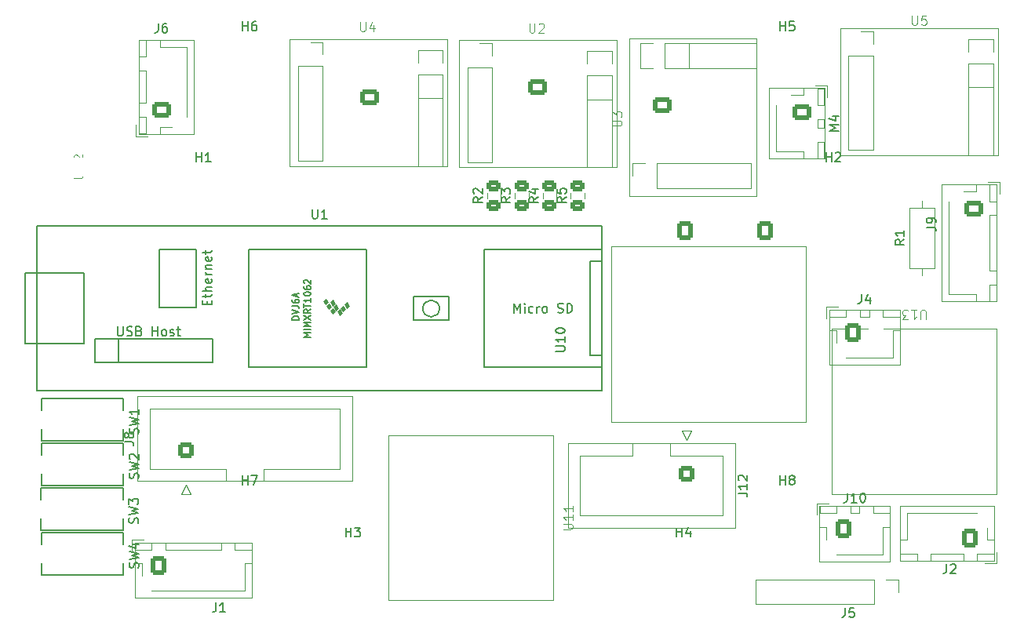
<source format=gto>
%TF.GenerationSoftware,KiCad,Pcbnew,8.0.0-dirty*%
%TF.CreationDate,2024-03-17T11:47:44-04:00*%
%TF.ProjectId,MainPCB,4d61696e-5043-4422-9e6b-696361645f70,rev?*%
%TF.SameCoordinates,Original*%
%TF.FileFunction,Legend,Top*%
%TF.FilePolarity,Positive*%
%FSLAX46Y46*%
G04 Gerber Fmt 4.6, Leading zero omitted, Abs format (unit mm)*
G04 Created by KiCad (PCBNEW 8.0.0-dirty) date 2024-03-17 11:47:44*
%MOMM*%
%LPD*%
G01*
G04 APERTURE LIST*
G04 Aperture macros list*
%AMRoundRect*
0 Rectangle with rounded corners*
0 $1 Rounding radius*
0 $2 $3 $4 $5 $6 $7 $8 $9 X,Y pos of 4 corners*
0 Add a 4 corners polygon primitive as box body*
4,1,4,$2,$3,$4,$5,$6,$7,$8,$9,$2,$3,0*
0 Add four circle primitives for the rounded corners*
1,1,$1+$1,$2,$3*
1,1,$1+$1,$4,$5*
1,1,$1+$1,$6,$7*
1,1,$1+$1,$8,$9*
0 Add four rect primitives between the rounded corners*
20,1,$1+$1,$2,$3,$4,$5,0*
20,1,$1+$1,$4,$5,$6,$7,0*
20,1,$1+$1,$6,$7,$8,$9,0*
20,1,$1+$1,$8,$9,$2,$3,0*%
G04 Aperture macros list end*
%ADD10C,0.150000*%
%ADD11C,0.100000*%
%ADD12C,0.120000*%
%ADD13C,0.152400*%
%ADD14RoundRect,0.250000X0.600000X0.750000X-0.600000X0.750000X-0.600000X-0.750000X0.600000X-0.750000X0*%
%ADD15O,1.700000X2.000000*%
%ADD16RoundRect,0.250000X0.600000X0.725000X-0.600000X0.725000X-0.600000X-0.725000X0.600000X-0.725000X0*%
%ADD17O,1.700000X1.950000*%
%ADD18RoundRect,0.250000X-0.750000X0.600000X-0.750000X-0.600000X0.750000X-0.600000X0.750000X0.600000X0*%
%ADD19O,2.000000X1.700000*%
%ADD20RoundRect,0.250000X0.725000X-0.600000X0.725000X0.600000X-0.725000X0.600000X-0.725000X-0.600000X0*%
%ADD21O,1.950000X1.700000*%
%ADD22RoundRect,0.250000X-0.600000X-0.725000X0.600000X-0.725000X0.600000X0.725000X-0.600000X0.725000X0*%
%ADD23RoundRect,0.250000X-0.600000X-0.750000X0.600000X-0.750000X0.600000X0.750000X-0.600000X0.750000X0*%
%ADD24RoundRect,0.250000X-0.725000X0.600000X-0.725000X-0.600000X0.725000X-0.600000X0.725000X0.600000X0*%
%ADD25R,1.295400X1.295400*%
%ADD26C,1.295400*%
%ADD27RoundRect,0.250000X0.600000X-0.600000X0.600000X0.600000X-0.600000X0.600000X-0.600000X-0.600000X0*%
%ADD28C,1.700000*%
%ADD29R,1.600000X1.600000*%
%ADD30C,1.600000*%
%ADD31R,1.700000X1.700000*%
%ADD32O,1.700000X1.700000*%
%ADD33RoundRect,0.250000X0.475000X-0.337500X0.475000X0.337500X-0.475000X0.337500X-0.475000X-0.337500X0*%
%ADD34C,5.600000*%
%ADD35RoundRect,0.250000X-0.600000X0.600000X-0.600000X-0.600000X0.600000X-0.600000X0.600000X0.600000X0*%
%ADD36C,4.700000*%
%ADD37C,1.524000*%
%ADD38O,6.000000X2.000000*%
%ADD39O,1.600000X1.600000*%
G04 APERTURE END LIST*
D10*
X101384666Y-63040819D02*
X101384666Y-63755104D01*
X101384666Y-63755104D02*
X101337047Y-63897961D01*
X101337047Y-63897961D02*
X101241809Y-63993200D01*
X101241809Y-63993200D02*
X101098952Y-64040819D01*
X101098952Y-64040819D02*
X101003714Y-64040819D01*
X102289428Y-63040819D02*
X102098952Y-63040819D01*
X102098952Y-63040819D02*
X102003714Y-63088438D01*
X102003714Y-63088438D02*
X101956095Y-63136057D01*
X101956095Y-63136057D02*
X101860857Y-63278914D01*
X101860857Y-63278914D02*
X101813238Y-63469390D01*
X101813238Y-63469390D02*
X101813238Y-63850342D01*
X101813238Y-63850342D02*
X101860857Y-63945580D01*
X101860857Y-63945580D02*
X101908476Y-63993200D01*
X101908476Y-63993200D02*
X102003714Y-64040819D01*
X102003714Y-64040819D02*
X102194190Y-64040819D01*
X102194190Y-64040819D02*
X102289428Y-63993200D01*
X102289428Y-63993200D02*
X102337047Y-63945580D01*
X102337047Y-63945580D02*
X102384666Y-63850342D01*
X102384666Y-63850342D02*
X102384666Y-63612247D01*
X102384666Y-63612247D02*
X102337047Y-63517009D01*
X102337047Y-63517009D02*
X102289428Y-63469390D01*
X102289428Y-63469390D02*
X102194190Y-63421771D01*
X102194190Y-63421771D02*
X102003714Y-63421771D01*
X102003714Y-63421771D02*
X101908476Y-63469390D01*
X101908476Y-63469390D02*
X101860857Y-63517009D01*
X101860857Y-63517009D02*
X101813238Y-63612247D01*
X107610666Y-125576819D02*
X107610666Y-126291104D01*
X107610666Y-126291104D02*
X107563047Y-126433961D01*
X107563047Y-126433961D02*
X107467809Y-126529200D01*
X107467809Y-126529200D02*
X107324952Y-126576819D01*
X107324952Y-126576819D02*
X107229714Y-126576819D01*
X108610666Y-126576819D02*
X108039238Y-126576819D01*
X108324952Y-126576819D02*
X108324952Y-125576819D01*
X108324952Y-125576819D02*
X108229714Y-125719676D01*
X108229714Y-125719676D02*
X108134476Y-125814914D01*
X108134476Y-125814914D02*
X108039238Y-125862533D01*
X175740476Y-113752819D02*
X175740476Y-114467104D01*
X175740476Y-114467104D02*
X175692857Y-114609961D01*
X175692857Y-114609961D02*
X175597619Y-114705200D01*
X175597619Y-114705200D02*
X175454762Y-114752819D01*
X175454762Y-114752819D02*
X175359524Y-114752819D01*
X176740476Y-114752819D02*
X176169048Y-114752819D01*
X176454762Y-114752819D02*
X176454762Y-113752819D01*
X176454762Y-113752819D02*
X176359524Y-113895676D01*
X176359524Y-113895676D02*
X176264286Y-113990914D01*
X176264286Y-113990914D02*
X176169048Y-114038533D01*
X177359524Y-113752819D02*
X177454762Y-113752819D01*
X177454762Y-113752819D02*
X177550000Y-113800438D01*
X177550000Y-113800438D02*
X177597619Y-113848057D01*
X177597619Y-113848057D02*
X177645238Y-113943295D01*
X177645238Y-113943295D02*
X177692857Y-114133771D01*
X177692857Y-114133771D02*
X177692857Y-114371866D01*
X177692857Y-114371866D02*
X177645238Y-114562342D01*
X177645238Y-114562342D02*
X177597619Y-114657580D01*
X177597619Y-114657580D02*
X177550000Y-114705200D01*
X177550000Y-114705200D02*
X177454762Y-114752819D01*
X177454762Y-114752819D02*
X177359524Y-114752819D01*
X177359524Y-114752819D02*
X177264286Y-114705200D01*
X177264286Y-114705200D02*
X177216667Y-114657580D01*
X177216667Y-114657580D02*
X177169048Y-114562342D01*
X177169048Y-114562342D02*
X177121429Y-114371866D01*
X177121429Y-114371866D02*
X177121429Y-114133771D01*
X177121429Y-114133771D02*
X177169048Y-113943295D01*
X177169048Y-113943295D02*
X177216667Y-113848057D01*
X177216667Y-113848057D02*
X177264286Y-113800438D01*
X177264286Y-113800438D02*
X177359524Y-113752819D01*
X186456666Y-121388819D02*
X186456666Y-122103104D01*
X186456666Y-122103104D02*
X186409047Y-122245961D01*
X186409047Y-122245961D02*
X186313809Y-122341200D01*
X186313809Y-122341200D02*
X186170952Y-122388819D01*
X186170952Y-122388819D02*
X186075714Y-122388819D01*
X186885238Y-121484057D02*
X186932857Y-121436438D01*
X186932857Y-121436438D02*
X187028095Y-121388819D01*
X187028095Y-121388819D02*
X187266190Y-121388819D01*
X187266190Y-121388819D02*
X187361428Y-121436438D01*
X187361428Y-121436438D02*
X187409047Y-121484057D01*
X187409047Y-121484057D02*
X187456666Y-121579295D01*
X187456666Y-121579295D02*
X187456666Y-121674533D01*
X187456666Y-121674533D02*
X187409047Y-121817390D01*
X187409047Y-121817390D02*
X186837619Y-122388819D01*
X186837619Y-122388819D02*
X187456666Y-122388819D01*
X177266666Y-92287819D02*
X177266666Y-93002104D01*
X177266666Y-93002104D02*
X177219047Y-93144961D01*
X177219047Y-93144961D02*
X177123809Y-93240200D01*
X177123809Y-93240200D02*
X176980952Y-93287819D01*
X176980952Y-93287819D02*
X176885714Y-93287819D01*
X178171428Y-92621152D02*
X178171428Y-93287819D01*
X177933333Y-92240200D02*
X177695238Y-92954485D01*
X177695238Y-92954485D02*
X178314285Y-92954485D01*
X184282819Y-85031333D02*
X184997104Y-85031333D01*
X184997104Y-85031333D02*
X185139961Y-85078952D01*
X185139961Y-85078952D02*
X185235200Y-85174190D01*
X185235200Y-85174190D02*
X185282819Y-85317047D01*
X185282819Y-85317047D02*
X185282819Y-85412285D01*
X185282819Y-84507523D02*
X185282819Y-84317047D01*
X185282819Y-84317047D02*
X185235200Y-84221809D01*
X185235200Y-84221809D02*
X185187580Y-84174190D01*
X185187580Y-84174190D02*
X185044723Y-84078952D01*
X185044723Y-84078952D02*
X184854247Y-84031333D01*
X184854247Y-84031333D02*
X184473295Y-84031333D01*
X184473295Y-84031333D02*
X184378057Y-84078952D01*
X184378057Y-84078952D02*
X184330438Y-84126571D01*
X184330438Y-84126571D02*
X184282819Y-84221809D01*
X184282819Y-84221809D02*
X184282819Y-84412285D01*
X184282819Y-84412285D02*
X184330438Y-84507523D01*
X184330438Y-84507523D02*
X184378057Y-84555142D01*
X184378057Y-84555142D02*
X184473295Y-84602761D01*
X184473295Y-84602761D02*
X184711390Y-84602761D01*
X184711390Y-84602761D02*
X184806628Y-84555142D01*
X184806628Y-84555142D02*
X184854247Y-84507523D01*
X184854247Y-84507523D02*
X184901866Y-84412285D01*
X184901866Y-84412285D02*
X184901866Y-84221809D01*
X184901866Y-84221809D02*
X184854247Y-84126571D01*
X184854247Y-84126571D02*
X184806628Y-84078952D01*
X184806628Y-84078952D02*
X184711390Y-84031333D01*
X174804819Y-74659523D02*
X173804819Y-74659523D01*
X173804819Y-74659523D02*
X174519104Y-74326190D01*
X174519104Y-74326190D02*
X173804819Y-73992857D01*
X173804819Y-73992857D02*
X174804819Y-73992857D01*
X174138152Y-73088095D02*
X174804819Y-73088095D01*
X173757200Y-73326190D02*
X174471485Y-73564285D01*
X174471485Y-73564285D02*
X174471485Y-72945238D01*
X99209200Y-112167432D02*
X99256819Y-112024575D01*
X99256819Y-112024575D02*
X99256819Y-111786480D01*
X99256819Y-111786480D02*
X99209200Y-111691242D01*
X99209200Y-111691242D02*
X99161580Y-111643623D01*
X99161580Y-111643623D02*
X99066342Y-111596004D01*
X99066342Y-111596004D02*
X98971104Y-111596004D01*
X98971104Y-111596004D02*
X98875866Y-111643623D01*
X98875866Y-111643623D02*
X98828247Y-111691242D01*
X98828247Y-111691242D02*
X98780628Y-111786480D01*
X98780628Y-111786480D02*
X98733009Y-111976956D01*
X98733009Y-111976956D02*
X98685390Y-112072194D01*
X98685390Y-112072194D02*
X98637771Y-112119813D01*
X98637771Y-112119813D02*
X98542533Y-112167432D01*
X98542533Y-112167432D02*
X98447295Y-112167432D01*
X98447295Y-112167432D02*
X98352057Y-112119813D01*
X98352057Y-112119813D02*
X98304438Y-112072194D01*
X98304438Y-112072194D02*
X98256819Y-111976956D01*
X98256819Y-111976956D02*
X98256819Y-111738861D01*
X98256819Y-111738861D02*
X98304438Y-111596004D01*
X98256819Y-111262670D02*
X99256819Y-111024575D01*
X99256819Y-111024575D02*
X98542533Y-110834099D01*
X98542533Y-110834099D02*
X99256819Y-110643623D01*
X99256819Y-110643623D02*
X98256819Y-110405528D01*
X98352057Y-110072194D02*
X98304438Y-110024575D01*
X98304438Y-110024575D02*
X98256819Y-109929337D01*
X98256819Y-109929337D02*
X98256819Y-109691242D01*
X98256819Y-109691242D02*
X98304438Y-109596004D01*
X98304438Y-109596004D02*
X98352057Y-109548385D01*
X98352057Y-109548385D02*
X98447295Y-109500766D01*
X98447295Y-109500766D02*
X98542533Y-109500766D01*
X98542533Y-109500766D02*
X98685390Y-109548385D01*
X98685390Y-109548385D02*
X99256819Y-110119813D01*
X99256819Y-110119813D02*
X99256819Y-109500766D01*
X97734819Y-108203333D02*
X98449104Y-108203333D01*
X98449104Y-108203333D02*
X98591961Y-108250952D01*
X98591961Y-108250952D02*
X98687200Y-108346190D01*
X98687200Y-108346190D02*
X98734819Y-108489047D01*
X98734819Y-108489047D02*
X98734819Y-108584285D01*
X98163390Y-107584285D02*
X98115771Y-107679523D01*
X98115771Y-107679523D02*
X98068152Y-107727142D01*
X98068152Y-107727142D02*
X97972914Y-107774761D01*
X97972914Y-107774761D02*
X97925295Y-107774761D01*
X97925295Y-107774761D02*
X97830057Y-107727142D01*
X97830057Y-107727142D02*
X97782438Y-107679523D01*
X97782438Y-107679523D02*
X97734819Y-107584285D01*
X97734819Y-107584285D02*
X97734819Y-107393809D01*
X97734819Y-107393809D02*
X97782438Y-107298571D01*
X97782438Y-107298571D02*
X97830057Y-107250952D01*
X97830057Y-107250952D02*
X97925295Y-107203333D01*
X97925295Y-107203333D02*
X97972914Y-107203333D01*
X97972914Y-107203333D02*
X98068152Y-107250952D01*
X98068152Y-107250952D02*
X98115771Y-107298571D01*
X98115771Y-107298571D02*
X98163390Y-107393809D01*
X98163390Y-107393809D02*
X98163390Y-107584285D01*
X98163390Y-107584285D02*
X98211009Y-107679523D01*
X98211009Y-107679523D02*
X98258628Y-107727142D01*
X98258628Y-107727142D02*
X98353866Y-107774761D01*
X98353866Y-107774761D02*
X98544342Y-107774761D01*
X98544342Y-107774761D02*
X98639580Y-107727142D01*
X98639580Y-107727142D02*
X98687200Y-107679523D01*
X98687200Y-107679523D02*
X98734819Y-107584285D01*
X98734819Y-107584285D02*
X98734819Y-107393809D01*
X98734819Y-107393809D02*
X98687200Y-107298571D01*
X98687200Y-107298571D02*
X98639580Y-107250952D01*
X98639580Y-107250952D02*
X98544342Y-107203333D01*
X98544342Y-107203333D02*
X98353866Y-107203333D01*
X98353866Y-107203333D02*
X98258628Y-107250952D01*
X98258628Y-107250952D02*
X98211009Y-107298571D01*
X98211009Y-107298571D02*
X98163390Y-107393809D01*
X118008095Y-83114819D02*
X118008095Y-83924342D01*
X118008095Y-83924342D02*
X118055714Y-84019580D01*
X118055714Y-84019580D02*
X118103333Y-84067200D01*
X118103333Y-84067200D02*
X118198571Y-84114819D01*
X118198571Y-84114819D02*
X118389047Y-84114819D01*
X118389047Y-84114819D02*
X118484285Y-84067200D01*
X118484285Y-84067200D02*
X118531904Y-84019580D01*
X118531904Y-84019580D02*
X118579523Y-83924342D01*
X118579523Y-83924342D02*
X118579523Y-83114819D01*
X119579523Y-84114819D02*
X119008095Y-84114819D01*
X119293809Y-84114819D02*
X119293809Y-83114819D01*
X119293809Y-83114819D02*
X119198571Y-83257676D01*
X119198571Y-83257676D02*
X119103333Y-83352914D01*
X119103333Y-83352914D02*
X119008095Y-83400533D01*
X106636009Y-93400543D02*
X106636009Y-93067210D01*
X107159819Y-92924353D02*
X107159819Y-93400543D01*
X107159819Y-93400543D02*
X106159819Y-93400543D01*
X106159819Y-93400543D02*
X106159819Y-92924353D01*
X106493152Y-92638638D02*
X106493152Y-92257686D01*
X106159819Y-92495781D02*
X107016961Y-92495781D01*
X107016961Y-92495781D02*
X107112200Y-92448162D01*
X107112200Y-92448162D02*
X107159819Y-92352924D01*
X107159819Y-92352924D02*
X107159819Y-92257686D01*
X107159819Y-91924352D02*
X106159819Y-91924352D01*
X107159819Y-91495781D02*
X106636009Y-91495781D01*
X106636009Y-91495781D02*
X106540771Y-91543400D01*
X106540771Y-91543400D02*
X106493152Y-91638638D01*
X106493152Y-91638638D02*
X106493152Y-91781495D01*
X106493152Y-91781495D02*
X106540771Y-91876733D01*
X106540771Y-91876733D02*
X106588390Y-91924352D01*
X107112200Y-90638638D02*
X107159819Y-90733876D01*
X107159819Y-90733876D02*
X107159819Y-90924352D01*
X107159819Y-90924352D02*
X107112200Y-91019590D01*
X107112200Y-91019590D02*
X107016961Y-91067209D01*
X107016961Y-91067209D02*
X106636009Y-91067209D01*
X106636009Y-91067209D02*
X106540771Y-91019590D01*
X106540771Y-91019590D02*
X106493152Y-90924352D01*
X106493152Y-90924352D02*
X106493152Y-90733876D01*
X106493152Y-90733876D02*
X106540771Y-90638638D01*
X106540771Y-90638638D02*
X106636009Y-90591019D01*
X106636009Y-90591019D02*
X106731247Y-90591019D01*
X106731247Y-90591019D02*
X106826485Y-91067209D01*
X107159819Y-90162447D02*
X106493152Y-90162447D01*
X106683628Y-90162447D02*
X106588390Y-90114828D01*
X106588390Y-90114828D02*
X106540771Y-90067209D01*
X106540771Y-90067209D02*
X106493152Y-89971971D01*
X106493152Y-89971971D02*
X106493152Y-89876733D01*
X106493152Y-89543399D02*
X107159819Y-89543399D01*
X106588390Y-89543399D02*
X106540771Y-89495780D01*
X106540771Y-89495780D02*
X106493152Y-89400542D01*
X106493152Y-89400542D02*
X106493152Y-89257685D01*
X106493152Y-89257685D02*
X106540771Y-89162447D01*
X106540771Y-89162447D02*
X106636009Y-89114828D01*
X106636009Y-89114828D02*
X107159819Y-89114828D01*
X107112200Y-88257685D02*
X107159819Y-88352923D01*
X107159819Y-88352923D02*
X107159819Y-88543399D01*
X107159819Y-88543399D02*
X107112200Y-88638637D01*
X107112200Y-88638637D02*
X107016961Y-88686256D01*
X107016961Y-88686256D02*
X106636009Y-88686256D01*
X106636009Y-88686256D02*
X106540771Y-88638637D01*
X106540771Y-88638637D02*
X106493152Y-88543399D01*
X106493152Y-88543399D02*
X106493152Y-88352923D01*
X106493152Y-88352923D02*
X106540771Y-88257685D01*
X106540771Y-88257685D02*
X106636009Y-88210066D01*
X106636009Y-88210066D02*
X106731247Y-88210066D01*
X106731247Y-88210066D02*
X106826485Y-88686256D01*
X106493152Y-87924351D02*
X106493152Y-87543399D01*
X106159819Y-87781494D02*
X107016961Y-87781494D01*
X107016961Y-87781494D02*
X107112200Y-87733875D01*
X107112200Y-87733875D02*
X107159819Y-87638637D01*
X107159819Y-87638637D02*
X107159819Y-87543399D01*
X116546033Y-95023333D02*
X115846033Y-95023333D01*
X115846033Y-95023333D02*
X115846033Y-94856666D01*
X115846033Y-94856666D02*
X115879366Y-94756666D01*
X115879366Y-94756666D02*
X115946033Y-94690000D01*
X115946033Y-94690000D02*
X116012700Y-94656666D01*
X116012700Y-94656666D02*
X116146033Y-94623333D01*
X116146033Y-94623333D02*
X116246033Y-94623333D01*
X116246033Y-94623333D02*
X116379366Y-94656666D01*
X116379366Y-94656666D02*
X116446033Y-94690000D01*
X116446033Y-94690000D02*
X116512700Y-94756666D01*
X116512700Y-94756666D02*
X116546033Y-94856666D01*
X116546033Y-94856666D02*
X116546033Y-95023333D01*
X115846033Y-94423333D02*
X116546033Y-94190000D01*
X116546033Y-94190000D02*
X115846033Y-93956666D01*
X115846033Y-93523333D02*
X116346033Y-93523333D01*
X116346033Y-93523333D02*
X116446033Y-93556666D01*
X116446033Y-93556666D02*
X116512700Y-93623333D01*
X116512700Y-93623333D02*
X116546033Y-93723333D01*
X116546033Y-93723333D02*
X116546033Y-93790000D01*
X115846033Y-92890000D02*
X115846033Y-93023333D01*
X115846033Y-93023333D02*
X115879366Y-93090000D01*
X115879366Y-93090000D02*
X115912700Y-93123333D01*
X115912700Y-93123333D02*
X116012700Y-93190000D01*
X116012700Y-93190000D02*
X116146033Y-93223333D01*
X116146033Y-93223333D02*
X116412700Y-93223333D01*
X116412700Y-93223333D02*
X116479366Y-93190000D01*
X116479366Y-93190000D02*
X116512700Y-93156667D01*
X116512700Y-93156667D02*
X116546033Y-93090000D01*
X116546033Y-93090000D02*
X116546033Y-92956667D01*
X116546033Y-92956667D02*
X116512700Y-92890000D01*
X116512700Y-92890000D02*
X116479366Y-92856667D01*
X116479366Y-92856667D02*
X116412700Y-92823333D01*
X116412700Y-92823333D02*
X116246033Y-92823333D01*
X116246033Y-92823333D02*
X116179366Y-92856667D01*
X116179366Y-92856667D02*
X116146033Y-92890000D01*
X116146033Y-92890000D02*
X116112700Y-92956667D01*
X116112700Y-92956667D02*
X116112700Y-93090000D01*
X116112700Y-93090000D02*
X116146033Y-93156667D01*
X116146033Y-93156667D02*
X116179366Y-93190000D01*
X116179366Y-93190000D02*
X116246033Y-93223333D01*
X116346033Y-92556666D02*
X116346033Y-92223333D01*
X116546033Y-92623333D02*
X115846033Y-92390000D01*
X115846033Y-92390000D02*
X116546033Y-92156666D01*
X96994676Y-95764019D02*
X96994676Y-96573542D01*
X96994676Y-96573542D02*
X97042295Y-96668780D01*
X97042295Y-96668780D02*
X97089914Y-96716400D01*
X97089914Y-96716400D02*
X97185152Y-96764019D01*
X97185152Y-96764019D02*
X97375628Y-96764019D01*
X97375628Y-96764019D02*
X97470866Y-96716400D01*
X97470866Y-96716400D02*
X97518485Y-96668780D01*
X97518485Y-96668780D02*
X97566104Y-96573542D01*
X97566104Y-96573542D02*
X97566104Y-95764019D01*
X97994676Y-96716400D02*
X98137533Y-96764019D01*
X98137533Y-96764019D02*
X98375628Y-96764019D01*
X98375628Y-96764019D02*
X98470866Y-96716400D01*
X98470866Y-96716400D02*
X98518485Y-96668780D01*
X98518485Y-96668780D02*
X98566104Y-96573542D01*
X98566104Y-96573542D02*
X98566104Y-96478304D01*
X98566104Y-96478304D02*
X98518485Y-96383066D01*
X98518485Y-96383066D02*
X98470866Y-96335447D01*
X98470866Y-96335447D02*
X98375628Y-96287828D01*
X98375628Y-96287828D02*
X98185152Y-96240209D01*
X98185152Y-96240209D02*
X98089914Y-96192590D01*
X98089914Y-96192590D02*
X98042295Y-96144971D01*
X98042295Y-96144971D02*
X97994676Y-96049733D01*
X97994676Y-96049733D02*
X97994676Y-95954495D01*
X97994676Y-95954495D02*
X98042295Y-95859257D01*
X98042295Y-95859257D02*
X98089914Y-95811638D01*
X98089914Y-95811638D02*
X98185152Y-95764019D01*
X98185152Y-95764019D02*
X98423247Y-95764019D01*
X98423247Y-95764019D02*
X98566104Y-95811638D01*
X99328009Y-96240209D02*
X99470866Y-96287828D01*
X99470866Y-96287828D02*
X99518485Y-96335447D01*
X99518485Y-96335447D02*
X99566104Y-96430685D01*
X99566104Y-96430685D02*
X99566104Y-96573542D01*
X99566104Y-96573542D02*
X99518485Y-96668780D01*
X99518485Y-96668780D02*
X99470866Y-96716400D01*
X99470866Y-96716400D02*
X99375628Y-96764019D01*
X99375628Y-96764019D02*
X98994676Y-96764019D01*
X98994676Y-96764019D02*
X98994676Y-95764019D01*
X98994676Y-95764019D02*
X99328009Y-95764019D01*
X99328009Y-95764019D02*
X99423247Y-95811638D01*
X99423247Y-95811638D02*
X99470866Y-95859257D01*
X99470866Y-95859257D02*
X99518485Y-95954495D01*
X99518485Y-95954495D02*
X99518485Y-96049733D01*
X99518485Y-96049733D02*
X99470866Y-96144971D01*
X99470866Y-96144971D02*
X99423247Y-96192590D01*
X99423247Y-96192590D02*
X99328009Y-96240209D01*
X99328009Y-96240209D02*
X98994676Y-96240209D01*
X100756581Y-96764019D02*
X100756581Y-95764019D01*
X100756581Y-96240209D02*
X101328009Y-96240209D01*
X101328009Y-96764019D02*
X101328009Y-95764019D01*
X101947057Y-96764019D02*
X101851819Y-96716400D01*
X101851819Y-96716400D02*
X101804200Y-96668780D01*
X101804200Y-96668780D02*
X101756581Y-96573542D01*
X101756581Y-96573542D02*
X101756581Y-96287828D01*
X101756581Y-96287828D02*
X101804200Y-96192590D01*
X101804200Y-96192590D02*
X101851819Y-96144971D01*
X101851819Y-96144971D02*
X101947057Y-96097352D01*
X101947057Y-96097352D02*
X102089914Y-96097352D01*
X102089914Y-96097352D02*
X102185152Y-96144971D01*
X102185152Y-96144971D02*
X102232771Y-96192590D01*
X102232771Y-96192590D02*
X102280390Y-96287828D01*
X102280390Y-96287828D02*
X102280390Y-96573542D01*
X102280390Y-96573542D02*
X102232771Y-96668780D01*
X102232771Y-96668780D02*
X102185152Y-96716400D01*
X102185152Y-96716400D02*
X102089914Y-96764019D01*
X102089914Y-96764019D02*
X101947057Y-96764019D01*
X102661343Y-96716400D02*
X102756581Y-96764019D01*
X102756581Y-96764019D02*
X102947057Y-96764019D01*
X102947057Y-96764019D02*
X103042295Y-96716400D01*
X103042295Y-96716400D02*
X103089914Y-96621161D01*
X103089914Y-96621161D02*
X103089914Y-96573542D01*
X103089914Y-96573542D02*
X103042295Y-96478304D01*
X103042295Y-96478304D02*
X102947057Y-96430685D01*
X102947057Y-96430685D02*
X102804200Y-96430685D01*
X102804200Y-96430685D02*
X102708962Y-96383066D01*
X102708962Y-96383066D02*
X102661343Y-96287828D01*
X102661343Y-96287828D02*
X102661343Y-96240209D01*
X102661343Y-96240209D02*
X102708962Y-96144971D01*
X102708962Y-96144971D02*
X102804200Y-96097352D01*
X102804200Y-96097352D02*
X102947057Y-96097352D01*
X102947057Y-96097352D02*
X103042295Y-96144971D01*
X103375629Y-96097352D02*
X103756581Y-96097352D01*
X103518486Y-95764019D02*
X103518486Y-96621161D01*
X103518486Y-96621161D02*
X103566105Y-96716400D01*
X103566105Y-96716400D02*
X103661343Y-96764019D01*
X103661343Y-96764019D02*
X103756581Y-96764019D01*
X139780952Y-94274819D02*
X139780952Y-93274819D01*
X139780952Y-93274819D02*
X140114285Y-93989104D01*
X140114285Y-93989104D02*
X140447618Y-93274819D01*
X140447618Y-93274819D02*
X140447618Y-94274819D01*
X140923809Y-94274819D02*
X140923809Y-93608152D01*
X140923809Y-93274819D02*
X140876190Y-93322438D01*
X140876190Y-93322438D02*
X140923809Y-93370057D01*
X140923809Y-93370057D02*
X140971428Y-93322438D01*
X140971428Y-93322438D02*
X140923809Y-93274819D01*
X140923809Y-93274819D02*
X140923809Y-93370057D01*
X141828570Y-94227200D02*
X141733332Y-94274819D01*
X141733332Y-94274819D02*
X141542856Y-94274819D01*
X141542856Y-94274819D02*
X141447618Y-94227200D01*
X141447618Y-94227200D02*
X141399999Y-94179580D01*
X141399999Y-94179580D02*
X141352380Y-94084342D01*
X141352380Y-94084342D02*
X141352380Y-93798628D01*
X141352380Y-93798628D02*
X141399999Y-93703390D01*
X141399999Y-93703390D02*
X141447618Y-93655771D01*
X141447618Y-93655771D02*
X141542856Y-93608152D01*
X141542856Y-93608152D02*
X141733332Y-93608152D01*
X141733332Y-93608152D02*
X141828570Y-93655771D01*
X142257142Y-94274819D02*
X142257142Y-93608152D01*
X142257142Y-93798628D02*
X142304761Y-93703390D01*
X142304761Y-93703390D02*
X142352380Y-93655771D01*
X142352380Y-93655771D02*
X142447618Y-93608152D01*
X142447618Y-93608152D02*
X142542856Y-93608152D01*
X143019047Y-94274819D02*
X142923809Y-94227200D01*
X142923809Y-94227200D02*
X142876190Y-94179580D01*
X142876190Y-94179580D02*
X142828571Y-94084342D01*
X142828571Y-94084342D02*
X142828571Y-93798628D01*
X142828571Y-93798628D02*
X142876190Y-93703390D01*
X142876190Y-93703390D02*
X142923809Y-93655771D01*
X142923809Y-93655771D02*
X143019047Y-93608152D01*
X143019047Y-93608152D02*
X143161904Y-93608152D01*
X143161904Y-93608152D02*
X143257142Y-93655771D01*
X143257142Y-93655771D02*
X143304761Y-93703390D01*
X143304761Y-93703390D02*
X143352380Y-93798628D01*
X143352380Y-93798628D02*
X143352380Y-94084342D01*
X143352380Y-94084342D02*
X143304761Y-94179580D01*
X143304761Y-94179580D02*
X143257142Y-94227200D01*
X143257142Y-94227200D02*
X143161904Y-94274819D01*
X143161904Y-94274819D02*
X143019047Y-94274819D01*
X144495238Y-94227200D02*
X144638095Y-94274819D01*
X144638095Y-94274819D02*
X144876190Y-94274819D01*
X144876190Y-94274819D02*
X144971428Y-94227200D01*
X144971428Y-94227200D02*
X145019047Y-94179580D01*
X145019047Y-94179580D02*
X145066666Y-94084342D01*
X145066666Y-94084342D02*
X145066666Y-93989104D01*
X145066666Y-93989104D02*
X145019047Y-93893866D01*
X145019047Y-93893866D02*
X144971428Y-93846247D01*
X144971428Y-93846247D02*
X144876190Y-93798628D01*
X144876190Y-93798628D02*
X144685714Y-93751009D01*
X144685714Y-93751009D02*
X144590476Y-93703390D01*
X144590476Y-93703390D02*
X144542857Y-93655771D01*
X144542857Y-93655771D02*
X144495238Y-93560533D01*
X144495238Y-93560533D02*
X144495238Y-93465295D01*
X144495238Y-93465295D02*
X144542857Y-93370057D01*
X144542857Y-93370057D02*
X144590476Y-93322438D01*
X144590476Y-93322438D02*
X144685714Y-93274819D01*
X144685714Y-93274819D02*
X144923809Y-93274819D01*
X144923809Y-93274819D02*
X145066666Y-93322438D01*
X145495238Y-94274819D02*
X145495238Y-93274819D01*
X145495238Y-93274819D02*
X145733333Y-93274819D01*
X145733333Y-93274819D02*
X145876190Y-93322438D01*
X145876190Y-93322438D02*
X145971428Y-93417676D01*
X145971428Y-93417676D02*
X146019047Y-93512914D01*
X146019047Y-93512914D02*
X146066666Y-93703390D01*
X146066666Y-93703390D02*
X146066666Y-93846247D01*
X146066666Y-93846247D02*
X146019047Y-94036723D01*
X146019047Y-94036723D02*
X145971428Y-94131961D01*
X145971428Y-94131961D02*
X145876190Y-94227200D01*
X145876190Y-94227200D02*
X145733333Y-94274819D01*
X145733333Y-94274819D02*
X145495238Y-94274819D01*
X117816033Y-96903333D02*
X117116033Y-96903333D01*
X117116033Y-96903333D02*
X117616033Y-96670000D01*
X117616033Y-96670000D02*
X117116033Y-96436666D01*
X117116033Y-96436666D02*
X117816033Y-96436666D01*
X117816033Y-96103333D02*
X117116033Y-96103333D01*
X117816033Y-95770000D02*
X117116033Y-95770000D01*
X117116033Y-95770000D02*
X117616033Y-95536667D01*
X117616033Y-95536667D02*
X117116033Y-95303333D01*
X117116033Y-95303333D02*
X117816033Y-95303333D01*
X117116033Y-95036667D02*
X117816033Y-94570000D01*
X117116033Y-94570000D02*
X117816033Y-95036667D01*
X117816033Y-93903333D02*
X117482700Y-94136666D01*
X117816033Y-94303333D02*
X117116033Y-94303333D01*
X117116033Y-94303333D02*
X117116033Y-94036666D01*
X117116033Y-94036666D02*
X117149366Y-93970000D01*
X117149366Y-93970000D02*
X117182700Y-93936666D01*
X117182700Y-93936666D02*
X117249366Y-93903333D01*
X117249366Y-93903333D02*
X117349366Y-93903333D01*
X117349366Y-93903333D02*
X117416033Y-93936666D01*
X117416033Y-93936666D02*
X117449366Y-93970000D01*
X117449366Y-93970000D02*
X117482700Y-94036666D01*
X117482700Y-94036666D02*
X117482700Y-94303333D01*
X117116033Y-93703333D02*
X117116033Y-93303333D01*
X117816033Y-93503333D02*
X117116033Y-93503333D01*
X117816033Y-92703333D02*
X117816033Y-93103333D01*
X117816033Y-92903333D02*
X117116033Y-92903333D01*
X117116033Y-92903333D02*
X117216033Y-92970000D01*
X117216033Y-92970000D02*
X117282700Y-93036667D01*
X117282700Y-93036667D02*
X117316033Y-93103333D01*
X117116033Y-92270000D02*
X117116033Y-92203333D01*
X117116033Y-92203333D02*
X117149366Y-92136666D01*
X117149366Y-92136666D02*
X117182700Y-92103333D01*
X117182700Y-92103333D02*
X117249366Y-92070000D01*
X117249366Y-92070000D02*
X117382700Y-92036666D01*
X117382700Y-92036666D02*
X117549366Y-92036666D01*
X117549366Y-92036666D02*
X117682700Y-92070000D01*
X117682700Y-92070000D02*
X117749366Y-92103333D01*
X117749366Y-92103333D02*
X117782700Y-92136666D01*
X117782700Y-92136666D02*
X117816033Y-92203333D01*
X117816033Y-92203333D02*
X117816033Y-92270000D01*
X117816033Y-92270000D02*
X117782700Y-92336666D01*
X117782700Y-92336666D02*
X117749366Y-92370000D01*
X117749366Y-92370000D02*
X117682700Y-92403333D01*
X117682700Y-92403333D02*
X117549366Y-92436666D01*
X117549366Y-92436666D02*
X117382700Y-92436666D01*
X117382700Y-92436666D02*
X117249366Y-92403333D01*
X117249366Y-92403333D02*
X117182700Y-92370000D01*
X117182700Y-92370000D02*
X117149366Y-92336666D01*
X117149366Y-92336666D02*
X117116033Y-92270000D01*
X117116033Y-91436666D02*
X117116033Y-91569999D01*
X117116033Y-91569999D02*
X117149366Y-91636666D01*
X117149366Y-91636666D02*
X117182700Y-91669999D01*
X117182700Y-91669999D02*
X117282700Y-91736666D01*
X117282700Y-91736666D02*
X117416033Y-91769999D01*
X117416033Y-91769999D02*
X117682700Y-91769999D01*
X117682700Y-91769999D02*
X117749366Y-91736666D01*
X117749366Y-91736666D02*
X117782700Y-91703333D01*
X117782700Y-91703333D02*
X117816033Y-91636666D01*
X117816033Y-91636666D02*
X117816033Y-91503333D01*
X117816033Y-91503333D02*
X117782700Y-91436666D01*
X117782700Y-91436666D02*
X117749366Y-91403333D01*
X117749366Y-91403333D02*
X117682700Y-91369999D01*
X117682700Y-91369999D02*
X117516033Y-91369999D01*
X117516033Y-91369999D02*
X117449366Y-91403333D01*
X117449366Y-91403333D02*
X117416033Y-91436666D01*
X117416033Y-91436666D02*
X117382700Y-91503333D01*
X117382700Y-91503333D02*
X117382700Y-91636666D01*
X117382700Y-91636666D02*
X117416033Y-91703333D01*
X117416033Y-91703333D02*
X117449366Y-91736666D01*
X117449366Y-91736666D02*
X117516033Y-91769999D01*
X117182700Y-91103332D02*
X117149366Y-91069999D01*
X117149366Y-91069999D02*
X117116033Y-91003332D01*
X117116033Y-91003332D02*
X117116033Y-90836666D01*
X117116033Y-90836666D02*
X117149366Y-90769999D01*
X117149366Y-90769999D02*
X117182700Y-90736666D01*
X117182700Y-90736666D02*
X117249366Y-90703332D01*
X117249366Y-90703332D02*
X117316033Y-90703332D01*
X117316033Y-90703332D02*
X117416033Y-90736666D01*
X117416033Y-90736666D02*
X117816033Y-91136666D01*
X117816033Y-91136666D02*
X117816033Y-90703332D01*
D11*
X182708095Y-62201519D02*
X182708095Y-63011042D01*
X182708095Y-63011042D02*
X182755714Y-63106280D01*
X182755714Y-63106280D02*
X182803333Y-63153900D01*
X182803333Y-63153900D02*
X182898571Y-63201519D01*
X182898571Y-63201519D02*
X183089047Y-63201519D01*
X183089047Y-63201519D02*
X183184285Y-63153900D01*
X183184285Y-63153900D02*
X183231904Y-63106280D01*
X183231904Y-63106280D02*
X183279523Y-63011042D01*
X183279523Y-63011042D02*
X183279523Y-62201519D01*
X184231904Y-62201519D02*
X183755714Y-62201519D01*
X183755714Y-62201519D02*
X183708095Y-62677709D01*
X183708095Y-62677709D02*
X183755714Y-62630090D01*
X183755714Y-62630090D02*
X183850952Y-62582471D01*
X183850952Y-62582471D02*
X184089047Y-62582471D01*
X184089047Y-62582471D02*
X184184285Y-62630090D01*
X184184285Y-62630090D02*
X184231904Y-62677709D01*
X184231904Y-62677709D02*
X184279523Y-62772947D01*
X184279523Y-62772947D02*
X184279523Y-63011042D01*
X184279523Y-63011042D02*
X184231904Y-63106280D01*
X184231904Y-63106280D02*
X184184285Y-63153900D01*
X184184285Y-63153900D02*
X184089047Y-63201519D01*
X184089047Y-63201519D02*
X183850952Y-63201519D01*
X183850952Y-63201519D02*
X183755714Y-63153900D01*
X183755714Y-63153900D02*
X183708095Y-63106280D01*
D10*
X136374819Y-81804166D02*
X135898628Y-82137499D01*
X136374819Y-82375594D02*
X135374819Y-82375594D01*
X135374819Y-82375594D02*
X135374819Y-81994642D01*
X135374819Y-81994642D02*
X135422438Y-81899404D01*
X135422438Y-81899404D02*
X135470057Y-81851785D01*
X135470057Y-81851785D02*
X135565295Y-81804166D01*
X135565295Y-81804166D02*
X135708152Y-81804166D01*
X135708152Y-81804166D02*
X135803390Y-81851785D01*
X135803390Y-81851785D02*
X135851009Y-81899404D01*
X135851009Y-81899404D02*
X135898628Y-81994642D01*
X135898628Y-81994642D02*
X135898628Y-82375594D01*
X135470057Y-81423213D02*
X135422438Y-81375594D01*
X135422438Y-81375594D02*
X135374819Y-81280356D01*
X135374819Y-81280356D02*
X135374819Y-81042261D01*
X135374819Y-81042261D02*
X135422438Y-80947023D01*
X135422438Y-80947023D02*
X135470057Y-80899404D01*
X135470057Y-80899404D02*
X135565295Y-80851785D01*
X135565295Y-80851785D02*
X135660533Y-80851785D01*
X135660533Y-80851785D02*
X135803390Y-80899404D01*
X135803390Y-80899404D02*
X136374819Y-81470832D01*
X136374819Y-81470832D02*
X136374819Y-80851785D01*
X105481595Y-77957719D02*
X105481595Y-76957719D01*
X105481595Y-77433909D02*
X106053023Y-77433909D01*
X106053023Y-77957719D02*
X106053023Y-76957719D01*
X107053023Y-77957719D02*
X106481595Y-77957719D01*
X106767309Y-77957719D02*
X106767309Y-76957719D01*
X106767309Y-76957719D02*
X106672071Y-77100576D01*
X106672071Y-77100576D02*
X106576833Y-77195814D01*
X106576833Y-77195814D02*
X106481595Y-77243433D01*
X139384819Y-81804166D02*
X138908628Y-82137499D01*
X139384819Y-82375594D02*
X138384819Y-82375594D01*
X138384819Y-82375594D02*
X138384819Y-81994642D01*
X138384819Y-81994642D02*
X138432438Y-81899404D01*
X138432438Y-81899404D02*
X138480057Y-81851785D01*
X138480057Y-81851785D02*
X138575295Y-81804166D01*
X138575295Y-81804166D02*
X138718152Y-81804166D01*
X138718152Y-81804166D02*
X138813390Y-81851785D01*
X138813390Y-81851785D02*
X138861009Y-81899404D01*
X138861009Y-81899404D02*
X138908628Y-81994642D01*
X138908628Y-81994642D02*
X138908628Y-82375594D01*
X138384819Y-81470832D02*
X138384819Y-80851785D01*
X138384819Y-80851785D02*
X138765771Y-81185118D01*
X138765771Y-81185118D02*
X138765771Y-81042261D01*
X138765771Y-81042261D02*
X138813390Y-80947023D01*
X138813390Y-80947023D02*
X138861009Y-80899404D01*
X138861009Y-80899404D02*
X138956247Y-80851785D01*
X138956247Y-80851785D02*
X139194342Y-80851785D01*
X139194342Y-80851785D02*
X139289580Y-80899404D01*
X139289580Y-80899404D02*
X139337200Y-80947023D01*
X139337200Y-80947023D02*
X139384819Y-81042261D01*
X139384819Y-81042261D02*
X139384819Y-81327975D01*
X139384819Y-81327975D02*
X139337200Y-81423213D01*
X139337200Y-81423213D02*
X139289580Y-81470832D01*
X145404819Y-81804166D02*
X144928628Y-82137499D01*
X145404819Y-82375594D02*
X144404819Y-82375594D01*
X144404819Y-82375594D02*
X144404819Y-81994642D01*
X144404819Y-81994642D02*
X144452438Y-81899404D01*
X144452438Y-81899404D02*
X144500057Y-81851785D01*
X144500057Y-81851785D02*
X144595295Y-81804166D01*
X144595295Y-81804166D02*
X144738152Y-81804166D01*
X144738152Y-81804166D02*
X144833390Y-81851785D01*
X144833390Y-81851785D02*
X144881009Y-81899404D01*
X144881009Y-81899404D02*
X144928628Y-81994642D01*
X144928628Y-81994642D02*
X144928628Y-82375594D01*
X144404819Y-80899404D02*
X144404819Y-81375594D01*
X144404819Y-81375594D02*
X144881009Y-81423213D01*
X144881009Y-81423213D02*
X144833390Y-81375594D01*
X144833390Y-81375594D02*
X144785771Y-81280356D01*
X144785771Y-81280356D02*
X144785771Y-81042261D01*
X144785771Y-81042261D02*
X144833390Y-80947023D01*
X144833390Y-80947023D02*
X144881009Y-80899404D01*
X144881009Y-80899404D02*
X144976247Y-80851785D01*
X144976247Y-80851785D02*
X145214342Y-80851785D01*
X145214342Y-80851785D02*
X145309580Y-80899404D01*
X145309580Y-80899404D02*
X145357200Y-80947023D01*
X145357200Y-80947023D02*
X145404819Y-81042261D01*
X145404819Y-81042261D02*
X145404819Y-81280356D01*
X145404819Y-81280356D02*
X145357200Y-81375594D01*
X145357200Y-81375594D02*
X145309580Y-81423213D01*
X163954819Y-113739523D02*
X164669104Y-113739523D01*
X164669104Y-113739523D02*
X164811961Y-113787142D01*
X164811961Y-113787142D02*
X164907200Y-113882380D01*
X164907200Y-113882380D02*
X164954819Y-114025237D01*
X164954819Y-114025237D02*
X164954819Y-114120475D01*
X164954819Y-112739523D02*
X164954819Y-113310951D01*
X164954819Y-113025237D02*
X163954819Y-113025237D01*
X163954819Y-113025237D02*
X164097676Y-113120475D01*
X164097676Y-113120475D02*
X164192914Y-113215713D01*
X164192914Y-113215713D02*
X164240533Y-113310951D01*
X164050057Y-112358570D02*
X164002438Y-112310951D01*
X164002438Y-112310951D02*
X163954819Y-112215713D01*
X163954819Y-112215713D02*
X163954819Y-111977618D01*
X163954819Y-111977618D02*
X164002438Y-111882380D01*
X164002438Y-111882380D02*
X164050057Y-111834761D01*
X164050057Y-111834761D02*
X164145295Y-111787142D01*
X164145295Y-111787142D02*
X164240533Y-111787142D01*
X164240533Y-111787142D02*
X164383390Y-111834761D01*
X164383390Y-111834761D02*
X164954819Y-112406189D01*
X164954819Y-112406189D02*
X164954819Y-111787142D01*
X168468095Y-112836719D02*
X168468095Y-111836719D01*
X168468095Y-112312909D02*
X169039523Y-112312909D01*
X169039523Y-112836719D02*
X169039523Y-111836719D01*
X169658571Y-112265290D02*
X169563333Y-112217671D01*
X169563333Y-112217671D02*
X169515714Y-112170052D01*
X169515714Y-112170052D02*
X169468095Y-112074814D01*
X169468095Y-112074814D02*
X169468095Y-112027195D01*
X169468095Y-112027195D02*
X169515714Y-111931957D01*
X169515714Y-111931957D02*
X169563333Y-111884338D01*
X169563333Y-111884338D02*
X169658571Y-111836719D01*
X169658571Y-111836719D02*
X169849047Y-111836719D01*
X169849047Y-111836719D02*
X169944285Y-111884338D01*
X169944285Y-111884338D02*
X169991904Y-111931957D01*
X169991904Y-111931957D02*
X170039523Y-112027195D01*
X170039523Y-112027195D02*
X170039523Y-112074814D01*
X170039523Y-112074814D02*
X169991904Y-112170052D01*
X169991904Y-112170052D02*
X169944285Y-112217671D01*
X169944285Y-112217671D02*
X169849047Y-112265290D01*
X169849047Y-112265290D02*
X169658571Y-112265290D01*
X169658571Y-112265290D02*
X169563333Y-112312909D01*
X169563333Y-112312909D02*
X169515714Y-112360528D01*
X169515714Y-112360528D02*
X169468095Y-112455766D01*
X169468095Y-112455766D02*
X169468095Y-112646242D01*
X169468095Y-112646242D02*
X169515714Y-112741480D01*
X169515714Y-112741480D02*
X169563333Y-112789100D01*
X169563333Y-112789100D02*
X169658571Y-112836719D01*
X169658571Y-112836719D02*
X169849047Y-112836719D01*
X169849047Y-112836719D02*
X169944285Y-112789100D01*
X169944285Y-112789100D02*
X169991904Y-112741480D01*
X169991904Y-112741480D02*
X170039523Y-112646242D01*
X170039523Y-112646242D02*
X170039523Y-112455766D01*
X170039523Y-112455766D02*
X169991904Y-112360528D01*
X169991904Y-112360528D02*
X169944285Y-112312909D01*
X169944285Y-112312909D02*
X169849047Y-112265290D01*
X168468095Y-63836719D02*
X168468095Y-62836719D01*
X168468095Y-63312909D02*
X169039523Y-63312909D01*
X169039523Y-63836719D02*
X169039523Y-62836719D01*
X169991904Y-62836719D02*
X169515714Y-62836719D01*
X169515714Y-62836719D02*
X169468095Y-63312909D01*
X169468095Y-63312909D02*
X169515714Y-63265290D01*
X169515714Y-63265290D02*
X169610952Y-63217671D01*
X169610952Y-63217671D02*
X169849047Y-63217671D01*
X169849047Y-63217671D02*
X169944285Y-63265290D01*
X169944285Y-63265290D02*
X169991904Y-63312909D01*
X169991904Y-63312909D02*
X170039523Y-63408147D01*
X170039523Y-63408147D02*
X170039523Y-63646242D01*
X170039523Y-63646242D02*
X169991904Y-63741480D01*
X169991904Y-63741480D02*
X169944285Y-63789100D01*
X169944285Y-63789100D02*
X169849047Y-63836719D01*
X169849047Y-63836719D02*
X169610952Y-63836719D01*
X169610952Y-63836719D02*
X169515714Y-63789100D01*
X169515714Y-63789100D02*
X169468095Y-63741480D01*
D11*
X141438095Y-63037419D02*
X141438095Y-63846942D01*
X141438095Y-63846942D02*
X141485714Y-63942180D01*
X141485714Y-63942180D02*
X141533333Y-63989800D01*
X141533333Y-63989800D02*
X141628571Y-64037419D01*
X141628571Y-64037419D02*
X141819047Y-64037419D01*
X141819047Y-64037419D02*
X141914285Y-63989800D01*
X141914285Y-63989800D02*
X141961904Y-63942180D01*
X141961904Y-63942180D02*
X142009523Y-63846942D01*
X142009523Y-63846942D02*
X142009523Y-63037419D01*
X142438095Y-63132657D02*
X142485714Y-63085038D01*
X142485714Y-63085038D02*
X142580952Y-63037419D01*
X142580952Y-63037419D02*
X142819047Y-63037419D01*
X142819047Y-63037419D02*
X142914285Y-63085038D01*
X142914285Y-63085038D02*
X142961904Y-63132657D01*
X142961904Y-63132657D02*
X143009523Y-63227895D01*
X143009523Y-63227895D02*
X143009523Y-63323133D01*
X143009523Y-63323133D02*
X142961904Y-63465990D01*
X142961904Y-63465990D02*
X142390476Y-64037419D01*
X142390476Y-64037419D02*
X143009523Y-64037419D01*
D10*
X157324295Y-118461619D02*
X157324295Y-117461619D01*
X157324295Y-117937809D02*
X157895723Y-117937809D01*
X157895723Y-118461619D02*
X157895723Y-117461619D01*
X158800485Y-117794952D02*
X158800485Y-118461619D01*
X158562390Y-117414000D02*
X158324295Y-118128285D01*
X158324295Y-118128285D02*
X158943342Y-118128285D01*
X142394819Y-81804166D02*
X141918628Y-82137499D01*
X142394819Y-82375594D02*
X141394819Y-82375594D01*
X141394819Y-82375594D02*
X141394819Y-81994642D01*
X141394819Y-81994642D02*
X141442438Y-81899404D01*
X141442438Y-81899404D02*
X141490057Y-81851785D01*
X141490057Y-81851785D02*
X141585295Y-81804166D01*
X141585295Y-81804166D02*
X141728152Y-81804166D01*
X141728152Y-81804166D02*
X141823390Y-81851785D01*
X141823390Y-81851785D02*
X141871009Y-81899404D01*
X141871009Y-81899404D02*
X141918628Y-81994642D01*
X141918628Y-81994642D02*
X141918628Y-82375594D01*
X141728152Y-80947023D02*
X142394819Y-80947023D01*
X141347200Y-81185118D02*
X142061485Y-81423213D01*
X142061485Y-81423213D02*
X142061485Y-80804166D01*
D11*
X184208094Y-94972580D02*
X184208094Y-94163057D01*
X184208094Y-94163057D02*
X184160475Y-94067819D01*
X184160475Y-94067819D02*
X184112856Y-94020200D01*
X184112856Y-94020200D02*
X184017618Y-93972580D01*
X184017618Y-93972580D02*
X183827142Y-93972580D01*
X183827142Y-93972580D02*
X183731904Y-94020200D01*
X183731904Y-94020200D02*
X183684285Y-94067819D01*
X183684285Y-94067819D02*
X183636666Y-94163057D01*
X183636666Y-94163057D02*
X183636666Y-94972580D01*
X182636666Y-93972580D02*
X183208094Y-93972580D01*
X182922380Y-93972580D02*
X182922380Y-94972580D01*
X182922380Y-94972580D02*
X183017618Y-94829723D01*
X183017618Y-94829723D02*
X183112856Y-94734485D01*
X183112856Y-94734485D02*
X183208094Y-94686866D01*
X182303332Y-94972580D02*
X181684285Y-94972580D01*
X181684285Y-94972580D02*
X182017618Y-94591628D01*
X182017618Y-94591628D02*
X181874761Y-94591628D01*
X181874761Y-94591628D02*
X181779523Y-94544009D01*
X181779523Y-94544009D02*
X181731904Y-94496390D01*
X181731904Y-94496390D02*
X181684285Y-94401152D01*
X181684285Y-94401152D02*
X181684285Y-94163057D01*
X181684285Y-94163057D02*
X181731904Y-94067819D01*
X181731904Y-94067819D02*
X181779523Y-94020200D01*
X181779523Y-94020200D02*
X181874761Y-93972580D01*
X181874761Y-93972580D02*
X182160475Y-93972580D01*
X182160475Y-93972580D02*
X182255713Y-94020200D01*
X182255713Y-94020200D02*
X182303332Y-94067819D01*
D10*
X99177200Y-116993432D02*
X99224819Y-116850575D01*
X99224819Y-116850575D02*
X99224819Y-116612480D01*
X99224819Y-116612480D02*
X99177200Y-116517242D01*
X99177200Y-116517242D02*
X99129580Y-116469623D01*
X99129580Y-116469623D02*
X99034342Y-116422004D01*
X99034342Y-116422004D02*
X98939104Y-116422004D01*
X98939104Y-116422004D02*
X98843866Y-116469623D01*
X98843866Y-116469623D02*
X98796247Y-116517242D01*
X98796247Y-116517242D02*
X98748628Y-116612480D01*
X98748628Y-116612480D02*
X98701009Y-116802956D01*
X98701009Y-116802956D02*
X98653390Y-116898194D01*
X98653390Y-116898194D02*
X98605771Y-116945813D01*
X98605771Y-116945813D02*
X98510533Y-116993432D01*
X98510533Y-116993432D02*
X98415295Y-116993432D01*
X98415295Y-116993432D02*
X98320057Y-116945813D01*
X98320057Y-116945813D02*
X98272438Y-116898194D01*
X98272438Y-116898194D02*
X98224819Y-116802956D01*
X98224819Y-116802956D02*
X98224819Y-116564861D01*
X98224819Y-116564861D02*
X98272438Y-116422004D01*
X98224819Y-116088670D02*
X99224819Y-115850575D01*
X99224819Y-115850575D02*
X98510533Y-115660099D01*
X98510533Y-115660099D02*
X99224819Y-115469623D01*
X99224819Y-115469623D02*
X98224819Y-115231528D01*
X98224819Y-114945813D02*
X98224819Y-114326766D01*
X98224819Y-114326766D02*
X98605771Y-114660099D01*
X98605771Y-114660099D02*
X98605771Y-114517242D01*
X98605771Y-114517242D02*
X98653390Y-114422004D01*
X98653390Y-114422004D02*
X98701009Y-114374385D01*
X98701009Y-114374385D02*
X98796247Y-114326766D01*
X98796247Y-114326766D02*
X99034342Y-114326766D01*
X99034342Y-114326766D02*
X99129580Y-114374385D01*
X99129580Y-114374385D02*
X99177200Y-114422004D01*
X99177200Y-114422004D02*
X99224819Y-114517242D01*
X99224819Y-114517242D02*
X99224819Y-114802956D01*
X99224819Y-114802956D02*
X99177200Y-114898194D01*
X99177200Y-114898194D02*
X99129580Y-114945813D01*
X99209200Y-121819432D02*
X99256819Y-121676575D01*
X99256819Y-121676575D02*
X99256819Y-121438480D01*
X99256819Y-121438480D02*
X99209200Y-121343242D01*
X99209200Y-121343242D02*
X99161580Y-121295623D01*
X99161580Y-121295623D02*
X99066342Y-121248004D01*
X99066342Y-121248004D02*
X98971104Y-121248004D01*
X98971104Y-121248004D02*
X98875866Y-121295623D01*
X98875866Y-121295623D02*
X98828247Y-121343242D01*
X98828247Y-121343242D02*
X98780628Y-121438480D01*
X98780628Y-121438480D02*
X98733009Y-121628956D01*
X98733009Y-121628956D02*
X98685390Y-121724194D01*
X98685390Y-121724194D02*
X98637771Y-121771813D01*
X98637771Y-121771813D02*
X98542533Y-121819432D01*
X98542533Y-121819432D02*
X98447295Y-121819432D01*
X98447295Y-121819432D02*
X98352057Y-121771813D01*
X98352057Y-121771813D02*
X98304438Y-121724194D01*
X98304438Y-121724194D02*
X98256819Y-121628956D01*
X98256819Y-121628956D02*
X98256819Y-121390861D01*
X98256819Y-121390861D02*
X98304438Y-121248004D01*
X98256819Y-120914670D02*
X99256819Y-120676575D01*
X99256819Y-120676575D02*
X98542533Y-120486099D01*
X98542533Y-120486099D02*
X99256819Y-120295623D01*
X99256819Y-120295623D02*
X98256819Y-120057528D01*
X98590152Y-119248004D02*
X99256819Y-119248004D01*
X98209200Y-119486099D02*
X98923485Y-119724194D01*
X98923485Y-119724194D02*
X98923485Y-119105147D01*
X175502666Y-126140819D02*
X175502666Y-126855104D01*
X175502666Y-126855104D02*
X175455047Y-126997961D01*
X175455047Y-126997961D02*
X175359809Y-127093200D01*
X175359809Y-127093200D02*
X175216952Y-127140819D01*
X175216952Y-127140819D02*
X175121714Y-127140819D01*
X176455047Y-126140819D02*
X175978857Y-126140819D01*
X175978857Y-126140819D02*
X175931238Y-126617009D01*
X175931238Y-126617009D02*
X175978857Y-126569390D01*
X175978857Y-126569390D02*
X176074095Y-126521771D01*
X176074095Y-126521771D02*
X176312190Y-126521771D01*
X176312190Y-126521771D02*
X176407428Y-126569390D01*
X176407428Y-126569390D02*
X176455047Y-126617009D01*
X176455047Y-126617009D02*
X176502666Y-126712247D01*
X176502666Y-126712247D02*
X176502666Y-126950342D01*
X176502666Y-126950342D02*
X176455047Y-127045580D01*
X176455047Y-127045580D02*
X176407428Y-127093200D01*
X176407428Y-127093200D02*
X176312190Y-127140819D01*
X176312190Y-127140819D02*
X176074095Y-127140819D01*
X176074095Y-127140819D02*
X175978857Y-127093200D01*
X175978857Y-127093200D02*
X175931238Y-127045580D01*
X99209200Y-107341432D02*
X99256819Y-107198575D01*
X99256819Y-107198575D02*
X99256819Y-106960480D01*
X99256819Y-106960480D02*
X99209200Y-106865242D01*
X99209200Y-106865242D02*
X99161580Y-106817623D01*
X99161580Y-106817623D02*
X99066342Y-106770004D01*
X99066342Y-106770004D02*
X98971104Y-106770004D01*
X98971104Y-106770004D02*
X98875866Y-106817623D01*
X98875866Y-106817623D02*
X98828247Y-106865242D01*
X98828247Y-106865242D02*
X98780628Y-106960480D01*
X98780628Y-106960480D02*
X98733009Y-107150956D01*
X98733009Y-107150956D02*
X98685390Y-107246194D01*
X98685390Y-107246194D02*
X98637771Y-107293813D01*
X98637771Y-107293813D02*
X98542533Y-107341432D01*
X98542533Y-107341432D02*
X98447295Y-107341432D01*
X98447295Y-107341432D02*
X98352057Y-107293813D01*
X98352057Y-107293813D02*
X98304438Y-107246194D01*
X98304438Y-107246194D02*
X98256819Y-107150956D01*
X98256819Y-107150956D02*
X98256819Y-106912861D01*
X98256819Y-106912861D02*
X98304438Y-106770004D01*
X98256819Y-106436670D02*
X99256819Y-106198575D01*
X99256819Y-106198575D02*
X98542533Y-106008099D01*
X98542533Y-106008099D02*
X99256819Y-105817623D01*
X99256819Y-105817623D02*
X98256819Y-105579528D01*
X99256819Y-104674766D02*
X99256819Y-105246194D01*
X99256819Y-104960480D02*
X98256819Y-104960480D01*
X98256819Y-104960480D02*
X98399676Y-105055718D01*
X98399676Y-105055718D02*
X98494914Y-105150956D01*
X98494914Y-105150956D02*
X98542533Y-105246194D01*
X173454595Y-77957719D02*
X173454595Y-76957719D01*
X173454595Y-77433909D02*
X174026023Y-77433909D01*
X174026023Y-77957719D02*
X174026023Y-76957719D01*
X174454595Y-77052957D02*
X174502214Y-77005338D01*
X174502214Y-77005338D02*
X174597452Y-76957719D01*
X174597452Y-76957719D02*
X174835547Y-76957719D01*
X174835547Y-76957719D02*
X174930785Y-77005338D01*
X174930785Y-77005338D02*
X174978404Y-77052957D01*
X174978404Y-77052957D02*
X175026023Y-77148195D01*
X175026023Y-77148195D02*
X175026023Y-77243433D01*
X175026023Y-77243433D02*
X174978404Y-77386290D01*
X174978404Y-77386290D02*
X174406976Y-77957719D01*
X174406976Y-77957719D02*
X175026023Y-77957719D01*
X121611995Y-118461619D02*
X121611995Y-117461619D01*
X121611995Y-117937809D02*
X122183423Y-117937809D01*
X122183423Y-118461619D02*
X122183423Y-117461619D01*
X122564376Y-117461619D02*
X123183423Y-117461619D01*
X123183423Y-117461619D02*
X122850090Y-117842571D01*
X122850090Y-117842571D02*
X122992947Y-117842571D01*
X122992947Y-117842571D02*
X123088185Y-117890190D01*
X123088185Y-117890190D02*
X123135804Y-117937809D01*
X123135804Y-117937809D02*
X123183423Y-118033047D01*
X123183423Y-118033047D02*
X123183423Y-118271142D01*
X123183423Y-118271142D02*
X123135804Y-118366380D01*
X123135804Y-118366380D02*
X123088185Y-118414000D01*
X123088185Y-118414000D02*
X122992947Y-118461619D01*
X122992947Y-118461619D02*
X122707233Y-118461619D01*
X122707233Y-118461619D02*
X122611995Y-118414000D01*
X122611995Y-118414000D02*
X122564376Y-118366380D01*
X110468095Y-63836719D02*
X110468095Y-62836719D01*
X110468095Y-63312909D02*
X111039523Y-63312909D01*
X111039523Y-63836719D02*
X111039523Y-62836719D01*
X111944285Y-62836719D02*
X111753809Y-62836719D01*
X111753809Y-62836719D02*
X111658571Y-62884338D01*
X111658571Y-62884338D02*
X111610952Y-62931957D01*
X111610952Y-62931957D02*
X111515714Y-63074814D01*
X111515714Y-63074814D02*
X111468095Y-63265290D01*
X111468095Y-63265290D02*
X111468095Y-63646242D01*
X111468095Y-63646242D02*
X111515714Y-63741480D01*
X111515714Y-63741480D02*
X111563333Y-63789100D01*
X111563333Y-63789100D02*
X111658571Y-63836719D01*
X111658571Y-63836719D02*
X111849047Y-63836719D01*
X111849047Y-63836719D02*
X111944285Y-63789100D01*
X111944285Y-63789100D02*
X111991904Y-63741480D01*
X111991904Y-63741480D02*
X112039523Y-63646242D01*
X112039523Y-63646242D02*
X112039523Y-63408147D01*
X112039523Y-63408147D02*
X111991904Y-63312909D01*
X111991904Y-63312909D02*
X111944285Y-63265290D01*
X111944285Y-63265290D02*
X111849047Y-63217671D01*
X111849047Y-63217671D02*
X111658571Y-63217671D01*
X111658571Y-63217671D02*
X111563333Y-63265290D01*
X111563333Y-63265290D02*
X111515714Y-63312909D01*
X111515714Y-63312909D02*
X111468095Y-63408147D01*
D11*
X123173595Y-62906419D02*
X123173595Y-63715942D01*
X123173595Y-63715942D02*
X123221214Y-63811180D01*
X123221214Y-63811180D02*
X123268833Y-63858800D01*
X123268833Y-63858800D02*
X123364071Y-63906419D01*
X123364071Y-63906419D02*
X123554547Y-63906419D01*
X123554547Y-63906419D02*
X123649785Y-63858800D01*
X123649785Y-63858800D02*
X123697404Y-63811180D01*
X123697404Y-63811180D02*
X123745023Y-63715942D01*
X123745023Y-63715942D02*
X123745023Y-62906419D01*
X124649785Y-63239752D02*
X124649785Y-63906419D01*
X124411690Y-62858800D02*
X124173595Y-63573085D01*
X124173595Y-63573085D02*
X124792642Y-63573085D01*
D10*
X110468095Y-112836719D02*
X110468095Y-111836719D01*
X110468095Y-112312909D02*
X111039523Y-112312909D01*
X111039523Y-112836719D02*
X111039523Y-111836719D01*
X111420476Y-111836719D02*
X112087142Y-111836719D01*
X112087142Y-111836719D02*
X111658571Y-112836719D01*
D11*
X92230419Y-79753094D02*
X93039942Y-79753094D01*
X93039942Y-79753094D02*
X93135180Y-79705475D01*
X93135180Y-79705475D02*
X93182800Y-79657856D01*
X93182800Y-79657856D02*
X93230419Y-79562618D01*
X93230419Y-79562618D02*
X93230419Y-79372142D01*
X93230419Y-79372142D02*
X93182800Y-79276904D01*
X93182800Y-79276904D02*
X93135180Y-79229285D01*
X93135180Y-79229285D02*
X93039942Y-79181666D01*
X93039942Y-79181666D02*
X92230419Y-79181666D01*
X93230419Y-78181666D02*
X93230419Y-78753094D01*
X93230419Y-78467380D02*
X92230419Y-78467380D01*
X92230419Y-78467380D02*
X92373276Y-78562618D01*
X92373276Y-78562618D02*
X92468514Y-78657856D01*
X92468514Y-78657856D02*
X92516133Y-78753094D01*
X92325657Y-77800713D02*
X92278038Y-77753094D01*
X92278038Y-77753094D02*
X92230419Y-77657856D01*
X92230419Y-77657856D02*
X92230419Y-77419761D01*
X92230419Y-77419761D02*
X92278038Y-77324523D01*
X92278038Y-77324523D02*
X92325657Y-77276904D01*
X92325657Y-77276904D02*
X92420895Y-77229285D01*
X92420895Y-77229285D02*
X92516133Y-77229285D01*
X92516133Y-77229285D02*
X92658990Y-77276904D01*
X92658990Y-77276904D02*
X93230419Y-77848332D01*
X93230419Y-77848332D02*
X93230419Y-77229285D01*
D10*
X144268819Y-98440094D02*
X145078342Y-98440094D01*
X145078342Y-98440094D02*
X145173580Y-98392475D01*
X145173580Y-98392475D02*
X145221200Y-98344856D01*
X145221200Y-98344856D02*
X145268819Y-98249618D01*
X145268819Y-98249618D02*
X145268819Y-98059142D01*
X145268819Y-98059142D02*
X145221200Y-97963904D01*
X145221200Y-97963904D02*
X145173580Y-97916285D01*
X145173580Y-97916285D02*
X145078342Y-97868666D01*
X145078342Y-97868666D02*
X144268819Y-97868666D01*
X145268819Y-96868666D02*
X145268819Y-97440094D01*
X145268819Y-97154380D02*
X144268819Y-97154380D01*
X144268819Y-97154380D02*
X144411676Y-97249618D01*
X144411676Y-97249618D02*
X144506914Y-97344856D01*
X144506914Y-97344856D02*
X144554533Y-97440094D01*
X144268819Y-96249618D02*
X144268819Y-96154380D01*
X144268819Y-96154380D02*
X144316438Y-96059142D01*
X144316438Y-96059142D02*
X144364057Y-96011523D01*
X144364057Y-96011523D02*
X144459295Y-95963904D01*
X144459295Y-95963904D02*
X144649771Y-95916285D01*
X144649771Y-95916285D02*
X144887866Y-95916285D01*
X144887866Y-95916285D02*
X145078342Y-95963904D01*
X145078342Y-95963904D02*
X145173580Y-96011523D01*
X145173580Y-96011523D02*
X145221200Y-96059142D01*
X145221200Y-96059142D02*
X145268819Y-96154380D01*
X145268819Y-96154380D02*
X145268819Y-96249618D01*
X145268819Y-96249618D02*
X145221200Y-96344856D01*
X145221200Y-96344856D02*
X145173580Y-96392475D01*
X145173580Y-96392475D02*
X145078342Y-96440094D01*
X145078342Y-96440094D02*
X144887866Y-96487713D01*
X144887866Y-96487713D02*
X144649771Y-96487713D01*
X144649771Y-96487713D02*
X144459295Y-96440094D01*
X144459295Y-96440094D02*
X144364057Y-96392475D01*
X144364057Y-96392475D02*
X144316438Y-96344856D01*
X144316438Y-96344856D02*
X144268819Y-96249618D01*
D11*
X145087419Y-117638094D02*
X145896942Y-117638094D01*
X145896942Y-117638094D02*
X145992180Y-117590475D01*
X145992180Y-117590475D02*
X146039800Y-117542856D01*
X146039800Y-117542856D02*
X146087419Y-117447618D01*
X146087419Y-117447618D02*
X146087419Y-117257142D01*
X146087419Y-117257142D02*
X146039800Y-117161904D01*
X146039800Y-117161904D02*
X145992180Y-117114285D01*
X145992180Y-117114285D02*
X145896942Y-117066666D01*
X145896942Y-117066666D02*
X145087419Y-117066666D01*
X146087419Y-116066666D02*
X146087419Y-116638094D01*
X146087419Y-116352380D02*
X145087419Y-116352380D01*
X145087419Y-116352380D02*
X145230276Y-116447618D01*
X145230276Y-116447618D02*
X145325514Y-116542856D01*
X145325514Y-116542856D02*
X145373133Y-116638094D01*
X146087419Y-115114285D02*
X146087419Y-115685713D01*
X146087419Y-115399999D02*
X145087419Y-115399999D01*
X145087419Y-115399999D02*
X145230276Y-115495237D01*
X145230276Y-115495237D02*
X145325514Y-115590475D01*
X145325514Y-115590475D02*
X145373133Y-115685713D01*
D10*
X181884819Y-86366666D02*
X181408628Y-86699999D01*
X181884819Y-86938094D02*
X180884819Y-86938094D01*
X180884819Y-86938094D02*
X180884819Y-86557142D01*
X180884819Y-86557142D02*
X180932438Y-86461904D01*
X180932438Y-86461904D02*
X180980057Y-86414285D01*
X180980057Y-86414285D02*
X181075295Y-86366666D01*
X181075295Y-86366666D02*
X181218152Y-86366666D01*
X181218152Y-86366666D02*
X181313390Y-86414285D01*
X181313390Y-86414285D02*
X181361009Y-86461904D01*
X181361009Y-86461904D02*
X181408628Y-86557142D01*
X181408628Y-86557142D02*
X181408628Y-86938094D01*
X181884819Y-85414285D02*
X181884819Y-85985713D01*
X181884819Y-85699999D02*
X180884819Y-85699999D01*
X180884819Y-85699999D02*
X181027676Y-85795237D01*
X181027676Y-85795237D02*
X181122914Y-85890475D01*
X181122914Y-85890475D02*
X181170533Y-85985713D01*
D11*
X150391919Y-74105904D02*
X151201442Y-74105904D01*
X151201442Y-74105904D02*
X151296680Y-74058285D01*
X151296680Y-74058285D02*
X151344300Y-74010666D01*
X151344300Y-74010666D02*
X151391919Y-73915428D01*
X151391919Y-73915428D02*
X151391919Y-73724952D01*
X151391919Y-73724952D02*
X151344300Y-73629714D01*
X151344300Y-73629714D02*
X151296680Y-73582095D01*
X151296680Y-73582095D02*
X151201442Y-73534476D01*
X151201442Y-73534476D02*
X150391919Y-73534476D01*
X150391919Y-73153523D02*
X150391919Y-72534476D01*
X150391919Y-72534476D02*
X150772871Y-72867809D01*
X150772871Y-72867809D02*
X150772871Y-72724952D01*
X150772871Y-72724952D02*
X150820490Y-72629714D01*
X150820490Y-72629714D02*
X150868109Y-72582095D01*
X150868109Y-72582095D02*
X150963347Y-72534476D01*
X150963347Y-72534476D02*
X151201442Y-72534476D01*
X151201442Y-72534476D02*
X151296680Y-72582095D01*
X151296680Y-72582095D02*
X151344300Y-72629714D01*
X151344300Y-72629714D02*
X151391919Y-72724952D01*
X151391919Y-72724952D02*
X151391919Y-73010666D01*
X151391919Y-73010666D02*
X151344300Y-73105904D01*
X151344300Y-73105904D02*
X151296680Y-73153523D01*
D12*
%TO.C,J6*%
X99000000Y-74000000D02*
X99000000Y-75250000D01*
X99000000Y-75250000D02*
X100250000Y-75250000D01*
X99290000Y-64840000D02*
X99290000Y-74960000D01*
X99290000Y-74960000D02*
X105260000Y-74960000D01*
X99300000Y-64850000D02*
X99300000Y-66650000D01*
X99300000Y-66650000D02*
X100050000Y-66650000D01*
X99300000Y-68150000D02*
X99300000Y-71650000D01*
X99300000Y-71650000D02*
X100050000Y-71650000D01*
X99300000Y-73150000D02*
X99300000Y-74950000D01*
X99300000Y-74950000D02*
X100050000Y-74950000D01*
X100050000Y-64850000D02*
X99300000Y-64850000D01*
X100050000Y-66650000D02*
X100050000Y-64850000D01*
X100050000Y-68150000D02*
X99300000Y-68150000D01*
X100050000Y-71650000D02*
X100050000Y-68150000D01*
X100050000Y-73150000D02*
X99300000Y-73150000D01*
X100050000Y-74950000D02*
X100050000Y-73150000D01*
X101550000Y-64850000D02*
X101550000Y-65600000D01*
X101550000Y-65600000D02*
X104500000Y-65600000D01*
X101550000Y-74200000D02*
X102890000Y-74200000D01*
X101550000Y-74950000D02*
X101550000Y-74200000D01*
X104500000Y-65600000D02*
X104500000Y-69900000D01*
X104500000Y-69900000D02*
X104500000Y-73140000D01*
X105260000Y-64840000D02*
X99290000Y-64840000D01*
X105260000Y-74960000D02*
X105260000Y-64840000D01*
%TO.C,J1*%
X98550000Y-118800000D02*
X98550000Y-120050000D01*
X98840000Y-119090000D02*
X98840000Y-125060000D01*
X98840000Y-125060000D02*
X111460000Y-125060000D01*
X98850000Y-119100000D02*
X98850000Y-119850000D01*
X98850000Y-119850000D02*
X100650000Y-119850000D01*
X98850000Y-121350000D02*
X99600000Y-121350000D01*
X99600000Y-121350000D02*
X99600000Y-122690000D01*
X99800000Y-118800000D02*
X98550000Y-118800000D01*
X100650000Y-119100000D02*
X98850000Y-119100000D01*
X100650000Y-119850000D02*
X100650000Y-119100000D01*
X102150000Y-119100000D02*
X102150000Y-119850000D01*
X102150000Y-119850000D02*
X108150000Y-119850000D01*
X105150000Y-124300000D02*
X100660000Y-124300000D01*
X108150000Y-119100000D02*
X102150000Y-119100000D01*
X108150000Y-119850000D02*
X108150000Y-119100000D01*
X109650000Y-119100000D02*
X109650000Y-119850000D01*
X109650000Y-119850000D02*
X111450000Y-119850000D01*
X110700000Y-121350000D02*
X110700000Y-124300000D01*
X110700000Y-124300000D02*
X105150000Y-124300000D01*
X111450000Y-119100000D02*
X109650000Y-119100000D01*
X111450000Y-119850000D02*
X111450000Y-119100000D01*
X111450000Y-121350000D02*
X110700000Y-121350000D01*
X111460000Y-119090000D02*
X98840000Y-119090000D01*
X111460000Y-125060000D02*
X111460000Y-119090000D01*
%TO.C,J10*%
X172450000Y-114850000D02*
X172450000Y-116100000D01*
X172740000Y-115140000D02*
X172740000Y-121110000D01*
X172740000Y-121110000D02*
X180360000Y-121110000D01*
X172750000Y-115150000D02*
X172750000Y-115900000D01*
X172750000Y-115900000D02*
X174550000Y-115900000D01*
X172750000Y-117400000D02*
X173500000Y-117400000D01*
X173500000Y-117400000D02*
X173500000Y-118740000D01*
X173700000Y-114850000D02*
X172450000Y-114850000D01*
X174550000Y-115150000D02*
X172750000Y-115150000D01*
X174550000Y-115900000D02*
X174550000Y-115150000D01*
X176050000Y-115150000D02*
X176050000Y-115900000D01*
X176050000Y-115900000D02*
X177050000Y-115900000D01*
X176550000Y-120350000D02*
X174560000Y-120350000D01*
X177050000Y-115150000D02*
X176050000Y-115150000D01*
X177050000Y-115900000D02*
X177050000Y-115150000D01*
X178550000Y-115150000D02*
X178550000Y-115900000D01*
X178550000Y-115900000D02*
X180350000Y-115900000D01*
X179600000Y-117400000D02*
X179600000Y-120350000D01*
X179600000Y-120350000D02*
X176550000Y-120350000D01*
X180350000Y-115150000D02*
X178550000Y-115150000D01*
X180350000Y-115900000D02*
X180350000Y-115150000D01*
X180350000Y-117400000D02*
X179600000Y-117400000D01*
X180360000Y-115140000D02*
X172740000Y-115140000D01*
X180360000Y-121110000D02*
X180360000Y-115140000D01*
%TO.C,J2*%
X181440000Y-115090000D02*
X181440000Y-121060000D01*
X181440000Y-121060000D02*
X191560000Y-121060000D01*
X181450000Y-118800000D02*
X182200000Y-118800000D01*
X181450000Y-120300000D02*
X181450000Y-121050000D01*
X181450000Y-121050000D02*
X183250000Y-121050000D01*
X182200000Y-115850000D02*
X186500000Y-115850000D01*
X182200000Y-118800000D02*
X182200000Y-115850000D01*
X183250000Y-120300000D02*
X181450000Y-120300000D01*
X183250000Y-121050000D02*
X183250000Y-120300000D01*
X184750000Y-120300000D02*
X184750000Y-121050000D01*
X184750000Y-121050000D02*
X188250000Y-121050000D01*
X186500000Y-115850000D02*
X189740000Y-115850000D01*
X188250000Y-120300000D02*
X184750000Y-120300000D01*
X188250000Y-121050000D02*
X188250000Y-120300000D01*
X189750000Y-120300000D02*
X189750000Y-121050000D01*
X189750000Y-121050000D02*
X191550000Y-121050000D01*
X190600000Y-121350000D02*
X191850000Y-121350000D01*
X190800000Y-118800000D02*
X190800000Y-117460000D01*
X191550000Y-118800000D02*
X190800000Y-118800000D01*
X191550000Y-120300000D02*
X189750000Y-120300000D01*
X191550000Y-121050000D02*
X191550000Y-120300000D01*
X191560000Y-115090000D02*
X181440000Y-115090000D01*
X191560000Y-121060000D02*
X191560000Y-115090000D01*
X191850000Y-121350000D02*
X191850000Y-120100000D01*
%TO.C,J4*%
X173500000Y-93633000D02*
X174750000Y-93633000D01*
X173500000Y-94883000D02*
X173500000Y-93633000D01*
X173790000Y-93923000D02*
X181410000Y-93923000D01*
X173790000Y-99893000D02*
X173790000Y-93923000D01*
X173800000Y-93933000D02*
X175600000Y-93933000D01*
X173800000Y-94683000D02*
X173800000Y-93933000D01*
X174550000Y-96183000D02*
X173800000Y-96183000D01*
X174550000Y-97523000D02*
X174550000Y-96183000D01*
X175600000Y-93933000D02*
X175600000Y-94683000D01*
X175600000Y-94683000D02*
X173800000Y-94683000D01*
X175610000Y-99133000D02*
X177600000Y-99133000D01*
X177100000Y-93933000D02*
X178100000Y-93933000D01*
X177100000Y-94683000D02*
X177100000Y-93933000D01*
X177600000Y-99133000D02*
X180650000Y-99133000D01*
X178100000Y-93933000D02*
X178100000Y-94683000D01*
X178100000Y-94683000D02*
X177100000Y-94683000D01*
X179600000Y-93933000D02*
X181400000Y-93933000D01*
X179600000Y-94683000D02*
X179600000Y-93933000D01*
X180650000Y-96183000D02*
X181400000Y-96183000D01*
X180650000Y-99133000D02*
X180650000Y-96183000D01*
X181400000Y-93933000D02*
X181400000Y-94683000D01*
X181400000Y-94683000D02*
X179600000Y-94683000D01*
X181410000Y-93923000D02*
X181410000Y-99893000D01*
X181410000Y-99893000D02*
X173790000Y-99893000D01*
%TO.C,J9*%
X185890000Y-80440000D02*
X185890000Y-93060000D01*
X185890000Y-93060000D02*
X191860000Y-93060000D01*
X186650000Y-86750000D02*
X186650000Y-82260000D01*
X186650000Y-92300000D02*
X186650000Y-86750000D01*
X189600000Y-80450000D02*
X189600000Y-81200000D01*
X189600000Y-81200000D02*
X188260000Y-81200000D01*
X189600000Y-92300000D02*
X186650000Y-92300000D01*
X189600000Y-93050000D02*
X189600000Y-92300000D01*
X191100000Y-80450000D02*
X191100000Y-82250000D01*
X191100000Y-82250000D02*
X191850000Y-82250000D01*
X191100000Y-83750000D02*
X191100000Y-89750000D01*
X191100000Y-89750000D02*
X191850000Y-89750000D01*
X191100000Y-91250000D02*
X191100000Y-93050000D01*
X191100000Y-93050000D02*
X191850000Y-93050000D01*
X191850000Y-80450000D02*
X191100000Y-80450000D01*
X191850000Y-82250000D02*
X191850000Y-80450000D01*
X191850000Y-83750000D02*
X191100000Y-83750000D01*
X191850000Y-89750000D02*
X191850000Y-83750000D01*
X191850000Y-91250000D02*
X191100000Y-91250000D01*
X191850000Y-93050000D02*
X191850000Y-91250000D01*
X191860000Y-80440000D02*
X185890000Y-80440000D01*
X191860000Y-93060000D02*
X191860000Y-80440000D01*
X192150000Y-80150000D02*
X190900000Y-80150000D01*
X192150000Y-81400000D02*
X192150000Y-80150000D01*
%TO.C,M4*%
X173550000Y-69750000D02*
X173550000Y-71000000D01*
X173260000Y-77660000D02*
X167290000Y-77660000D01*
X173260000Y-70040000D02*
X173260000Y-77660000D01*
X173250000Y-77650000D02*
X172500000Y-77650000D01*
X173250000Y-75850000D02*
X173250000Y-77650000D01*
X173250000Y-74350000D02*
X172500000Y-74350000D01*
X173250000Y-73350000D02*
X173250000Y-74350000D01*
X173250000Y-71850000D02*
X172500000Y-71850000D01*
X173250000Y-70050000D02*
X173250000Y-71850000D01*
X172500000Y-77650000D02*
X172500000Y-75850000D01*
X172500000Y-75850000D02*
X173250000Y-75850000D01*
X172500000Y-74350000D02*
X172500000Y-73350000D01*
X172500000Y-73350000D02*
X173250000Y-73350000D01*
X172500000Y-71850000D02*
X172500000Y-70050000D01*
X172500000Y-70050000D02*
X173250000Y-70050000D01*
X172300000Y-69750000D02*
X173550000Y-69750000D01*
X171000000Y-76900000D02*
X171000000Y-77650000D01*
X171000000Y-70800000D02*
X171000000Y-70050000D01*
X169660000Y-70800000D02*
X171000000Y-70800000D01*
X168050000Y-76900000D02*
X171000000Y-76900000D01*
X168050000Y-73850000D02*
X168050000Y-76900000D01*
X168050000Y-71860000D02*
X168050000Y-73850000D01*
X167290000Y-77660000D02*
X167290000Y-70040000D01*
X167290000Y-70040000D02*
X173260000Y-70040000D01*
D13*
%TO.C,SW2*%
X88767700Y-108352700D02*
X88767700Y-109596249D01*
X88767700Y-111655751D02*
X88767700Y-112899300D01*
X88767700Y-112899300D02*
X97632300Y-112899300D01*
X97632300Y-108352700D02*
X88767700Y-108352700D01*
X97632300Y-109596249D02*
X97632300Y-108352700D01*
X97632300Y-112899300D02*
X97632300Y-111655751D01*
D12*
%TO.C,J8*%
X99170000Y-103310000D02*
X99170000Y-112430000D01*
X99170000Y-112430000D02*
X122290000Y-112430000D01*
X100470000Y-104620000D02*
X100470000Y-111120000D01*
X100470000Y-111120000D02*
X108680000Y-111120000D01*
X103880000Y-113820000D02*
X104380000Y-112820000D01*
X104380000Y-112820000D02*
X104880000Y-113820000D01*
X104880000Y-113820000D02*
X103880000Y-113820000D01*
X108680000Y-111120000D02*
X108680000Y-112430000D01*
X112780000Y-111120000D02*
X112780000Y-111120000D01*
X112780000Y-111120000D02*
X120990000Y-111120000D01*
X112780000Y-112430000D02*
X112780000Y-111120000D01*
X120990000Y-104620000D02*
X100470000Y-104620000D01*
X120990000Y-111120000D02*
X120990000Y-104620000D01*
X122290000Y-103310000D02*
X99170000Y-103310000D01*
X122290000Y-112430000D02*
X122290000Y-103310000D01*
D10*
%TO.C,U1*%
X87020000Y-90010000D02*
X88290000Y-90010000D01*
X87020000Y-97630000D02*
X87020000Y-90010000D01*
X88290000Y-84930000D02*
X149250000Y-84930000D01*
X88290000Y-97630000D02*
X87020000Y-97630000D01*
X88290000Y-102710000D02*
X88290000Y-84930000D01*
X93370000Y-90010000D02*
X88290000Y-90010000D01*
X93370000Y-97630000D02*
X88290000Y-97630000D01*
X93370000Y-97630000D02*
X93370000Y-90010000D01*
X94589200Y-97119200D02*
X97129200Y-97119200D01*
X94589200Y-97119200D02*
X107289200Y-97119200D01*
X94589200Y-99659200D02*
X94589200Y-97119200D01*
X97129200Y-97119200D02*
X97129200Y-99659200D01*
X101520000Y-87468400D02*
X101520000Y-87718400D01*
X101520000Y-87718400D02*
X101520000Y-93718400D01*
X101520000Y-93718400D02*
X105520000Y-93718400D01*
X105520000Y-87468400D02*
X101520000Y-87468400D01*
X105520000Y-93718400D02*
X105520000Y-87468400D01*
X107289200Y-97119200D02*
X107289200Y-99659200D01*
X107289200Y-99659200D02*
X94589200Y-99659200D01*
X111150000Y-87470000D02*
X111150000Y-100170000D01*
X111150000Y-100170000D02*
X123850000Y-100170000D01*
X123850000Y-87470000D02*
X111150000Y-87470000D01*
X123850000Y-100170000D02*
X123850000Y-87470000D01*
X128930000Y-92550000D02*
X132740000Y-92550000D01*
X128930000Y-95090000D02*
X128930000Y-92550000D01*
X132740000Y-92550000D02*
X132740000Y-95090000D01*
X132740000Y-95090000D02*
X128930000Y-95090000D01*
X136550000Y-87470000D02*
X136550000Y-100170000D01*
X136550000Y-100170000D02*
X149250000Y-100170000D01*
X147980000Y-88740000D02*
X147980000Y-98900000D01*
X147980000Y-98900000D02*
X149250000Y-98900000D01*
X149250000Y-84930000D02*
X149250000Y-102710000D01*
X149250000Y-87470000D02*
X136550000Y-87470000D01*
X149250000Y-88740000D02*
X147980000Y-88740000D01*
X149250000Y-102710000D02*
X88290000Y-102710000D01*
X131733026Y-93820000D02*
G75*
G02*
X129936974Y-93820000I-898026J0D01*
G01*
X129936974Y-93820000D02*
G75*
G02*
X131733026Y-93820000I898026J0D01*
G01*
D11*
X119681000Y-93132000D02*
X119427000Y-93386000D01*
X119173000Y-93005000D01*
X119427000Y-92751000D01*
X119681000Y-93132000D01*
G36*
X119681000Y-93132000D02*
G01*
X119427000Y-93386000D01*
X119173000Y-93005000D01*
X119427000Y-92751000D01*
X119681000Y-93132000D01*
G37*
X120062000Y-93640000D02*
X119808000Y-93894000D01*
X119554000Y-93513000D01*
X119808000Y-93259000D01*
X120062000Y-93640000D01*
G36*
X120062000Y-93640000D02*
G01*
X119808000Y-93894000D01*
X119554000Y-93513000D01*
X119808000Y-93259000D01*
X120062000Y-93640000D01*
G37*
X120443000Y-93259000D02*
X120189000Y-93513000D01*
X119935000Y-93132000D01*
X120189000Y-92878000D01*
X120443000Y-93259000D01*
G36*
X120443000Y-93259000D02*
G01*
X120189000Y-93513000D01*
X119935000Y-93132000D01*
X120189000Y-92878000D01*
X120443000Y-93259000D01*
G37*
X120443000Y-94148000D02*
X120189000Y-94402000D01*
X119935000Y-94021000D01*
X120189000Y-93767000D01*
X120443000Y-94148000D01*
G36*
X120443000Y-94148000D02*
G01*
X120189000Y-94402000D01*
X119935000Y-94021000D01*
X120189000Y-93767000D01*
X120443000Y-94148000D01*
G37*
X120824000Y-93767000D02*
X120570000Y-94021000D01*
X120316000Y-93640000D01*
X120570000Y-93386000D01*
X120824000Y-93767000D01*
G36*
X120824000Y-93767000D02*
G01*
X120570000Y-94021000D01*
X120316000Y-93640000D01*
X120570000Y-93386000D01*
X120824000Y-93767000D01*
G37*
X121205000Y-94275000D02*
X120951000Y-94529000D01*
X120697000Y-94148000D01*
X120951000Y-93894000D01*
X121205000Y-94275000D01*
G36*
X121205000Y-94275000D02*
G01*
X120951000Y-94529000D01*
X120697000Y-94148000D01*
X120951000Y-93894000D01*
X121205000Y-94275000D01*
G37*
X121586000Y-93894000D02*
X121332000Y-94148000D01*
X121078000Y-93767000D01*
X121332000Y-93513000D01*
X121586000Y-93894000D01*
G36*
X121586000Y-93894000D02*
G01*
X121332000Y-94148000D01*
X121078000Y-93767000D01*
X121332000Y-93513000D01*
X121586000Y-93894000D01*
G37*
X121967000Y-93513000D02*
X121713000Y-93767000D01*
X121459000Y-93386000D01*
X121713000Y-93132000D01*
X121967000Y-93513000D01*
G36*
X121967000Y-93513000D02*
G01*
X121713000Y-93767000D01*
X121459000Y-93386000D01*
X121713000Y-93132000D01*
X121967000Y-93513000D01*
G37*
D12*
%TO.C,U5*%
X175877500Y-66503000D02*
X175877500Y-76723000D01*
X178537500Y-63903000D02*
X177207500Y-63903000D01*
X178537500Y-65233000D02*
X178537500Y-63903000D01*
X178537500Y-66503000D02*
X175877500Y-66503000D01*
X178537500Y-66503000D02*
X178537500Y-76723000D01*
X178537500Y-76723000D02*
X175877500Y-76723000D01*
X188811000Y-64757000D02*
X190141000Y-64757000D01*
X188811000Y-66087000D02*
X188811000Y-64757000D01*
X188811000Y-67357000D02*
X188811000Y-69957000D01*
X188811000Y-67357000D02*
X188811000Y-77268000D01*
X188811000Y-67357000D02*
X191471000Y-67357000D01*
X191471000Y-64757000D02*
X190141000Y-64757000D01*
X191471000Y-66087000D02*
X191471000Y-64757000D01*
X191471000Y-67357000D02*
X188811000Y-67357000D01*
X191471000Y-67357000D02*
X191471000Y-69957000D01*
X191471000Y-67357000D02*
X191471000Y-77268000D01*
X191471000Y-69957000D02*
X188811000Y-69957000D01*
D11*
X174961000Y-63552000D02*
X191979000Y-63552000D01*
X191979000Y-77268000D01*
X174961000Y-77268000D01*
X174961000Y-63552000D01*
D12*
%TO.C,R2*%
X136865000Y-81898752D02*
X136865000Y-81376248D01*
X138335000Y-81898752D02*
X138335000Y-81376248D01*
%TO.C,R3*%
X139875000Y-81898752D02*
X139875000Y-81376248D01*
X141345000Y-81898752D02*
X141345000Y-81376248D01*
%TO.C,R5*%
X145895000Y-81898752D02*
X145895000Y-81376248D01*
X147365000Y-81898752D02*
X147365000Y-81376248D01*
%TO.C,J12*%
X145570000Y-108370000D02*
X163610000Y-108370000D01*
X145570000Y-117490000D02*
X145570000Y-108370000D01*
X146870000Y-109680000D02*
X152540000Y-109680000D01*
X146870000Y-116180000D02*
X146870000Y-109680000D01*
X152540000Y-109680000D02*
X152540000Y-108370000D01*
X152540000Y-109680000D02*
X152540000Y-109680000D01*
X156640000Y-108370000D02*
X156640000Y-109680000D01*
X156640000Y-109680000D02*
X162310000Y-109680000D01*
X157900000Y-106980000D02*
X158400000Y-107980000D01*
X158400000Y-107980000D02*
X158900000Y-106980000D01*
X158900000Y-106980000D02*
X157900000Y-106980000D01*
X162310000Y-109680000D02*
X162310000Y-116180000D01*
X162310000Y-116180000D02*
X146870000Y-116180000D01*
X163610000Y-108370000D02*
X163610000Y-117490000D01*
X163610000Y-117490000D02*
X145570000Y-117490000D01*
%TO.C,U2*%
X134734500Y-67801000D02*
X134734500Y-78021000D01*
X137394500Y-65201000D02*
X136064500Y-65201000D01*
X137394500Y-66531000D02*
X137394500Y-65201000D01*
X137394500Y-67801000D02*
X134734500Y-67801000D01*
X137394500Y-67801000D02*
X137394500Y-78021000D01*
X137394500Y-78021000D02*
X134734500Y-78021000D01*
X147668000Y-66055000D02*
X148998000Y-66055000D01*
X147668000Y-67385000D02*
X147668000Y-66055000D01*
X147668000Y-68655000D02*
X147668000Y-71255000D01*
X147668000Y-68655000D02*
X147668000Y-78566000D01*
X147668000Y-68655000D02*
X150328000Y-68655000D01*
X150328000Y-66055000D02*
X148998000Y-66055000D01*
X150328000Y-67385000D02*
X150328000Y-66055000D01*
X150328000Y-68655000D02*
X147668000Y-68655000D01*
X150328000Y-68655000D02*
X150328000Y-71255000D01*
X150328000Y-68655000D02*
X150328000Y-78566000D01*
X150328000Y-71255000D02*
X147668000Y-71255000D01*
D11*
X133818000Y-64850000D02*
X150836000Y-64850000D01*
X150836000Y-78566000D01*
X133818000Y-78566000D01*
X133818000Y-64850000D01*
D12*
%TO.C,R4*%
X142885000Y-81898752D02*
X142885000Y-81376248D01*
X144355000Y-81898752D02*
X144355000Y-81376248D01*
%TO.C,U13*%
D11*
X191870000Y-113830000D02*
X174070000Y-113830000D01*
X174070000Y-96030000D01*
X191870000Y-96030000D01*
X191870000Y-113830000D01*
D13*
%TO.C,SW3*%
X88735700Y-113178700D02*
X88735700Y-114422249D01*
X88735700Y-116481751D02*
X88735700Y-117725300D01*
X88735700Y-117725300D02*
X97600300Y-117725300D01*
X97600300Y-113178700D02*
X88735700Y-113178700D01*
X97600300Y-114422249D02*
X97600300Y-113178700D01*
X97600300Y-117725300D02*
X97600300Y-116481751D01*
%TO.C,SW4*%
X88767700Y-118004700D02*
X88767700Y-119248249D01*
X88767700Y-121307751D02*
X88767700Y-122551300D01*
X88767700Y-122551300D02*
X97632300Y-122551300D01*
X97632300Y-118004700D02*
X88767700Y-118004700D01*
X97632300Y-119248249D02*
X97632300Y-118004700D01*
X97632300Y-122551300D02*
X97632300Y-121307751D01*
D12*
%TO.C,J5*%
X165870000Y-123070000D02*
X165870000Y-125730000D01*
X178630000Y-123070000D02*
X165870000Y-123070000D01*
X178630000Y-123070000D02*
X178630000Y-125730000D01*
X178630000Y-125730000D02*
X165870000Y-125730000D01*
X179900000Y-123070000D02*
X181230000Y-123070000D01*
X181230000Y-123070000D02*
X181230000Y-124400000D01*
D13*
%TO.C,SW1*%
X88767700Y-103526700D02*
X88767700Y-104770249D01*
X88767700Y-106829751D02*
X88767700Y-108073300D01*
X88767700Y-108073300D02*
X97632300Y-108073300D01*
X97632300Y-103526700D02*
X88767700Y-103526700D01*
X97632300Y-104770249D02*
X97632300Y-103526700D01*
X97632300Y-108073300D02*
X97632300Y-106829751D01*
D12*
%TO.C,U4*%
X116470000Y-67670000D02*
X116470000Y-77890000D01*
X119130000Y-65070000D02*
X117800000Y-65070000D01*
X119130000Y-66400000D02*
X119130000Y-65070000D01*
X119130000Y-67670000D02*
X116470000Y-67670000D01*
X119130000Y-67670000D02*
X119130000Y-77890000D01*
X119130000Y-77890000D02*
X116470000Y-77890000D01*
X129403500Y-65924000D02*
X130733500Y-65924000D01*
X129403500Y-67254000D02*
X129403500Y-65924000D01*
X129403500Y-68524000D02*
X129403500Y-71124000D01*
X129403500Y-68524000D02*
X129403500Y-78435000D01*
X129403500Y-68524000D02*
X132063500Y-68524000D01*
X132063500Y-65924000D02*
X130733500Y-65924000D01*
X132063500Y-67254000D02*
X132063500Y-65924000D01*
X132063500Y-68524000D02*
X129403500Y-68524000D01*
X132063500Y-68524000D02*
X132063500Y-71124000D01*
X132063500Y-68524000D02*
X132063500Y-78435000D01*
X132063500Y-71124000D02*
X129403500Y-71124000D01*
D11*
X115553500Y-64719000D02*
X132571500Y-64719000D01*
X132571500Y-78435000D01*
X115553500Y-78435000D01*
X115553500Y-64719000D01*
%TO.C,U10*%
X150300000Y-87100000D02*
X171300000Y-87100000D01*
X171300000Y-106100000D01*
X150300000Y-106100000D01*
X150300000Y-87100000D01*
%TO.C,U11*%
X126230000Y-125300000D02*
X144030000Y-125300000D01*
X144030000Y-107500000D01*
X126230000Y-107500000D01*
X126230000Y-125300000D01*
D12*
%TO.C,R1*%
X182430000Y-82930000D02*
X182430000Y-89470000D01*
X182430000Y-89470000D02*
X185170000Y-89470000D01*
X183800000Y-82160000D02*
X183800000Y-82930000D01*
X183800000Y-90240000D02*
X183800000Y-89470000D01*
X185170000Y-82930000D02*
X182430000Y-82930000D01*
X185170000Y-89470000D02*
X185170000Y-82930000D01*
%TO.C,U3*%
X152555500Y-78149500D02*
X152555500Y-79479500D01*
X153409500Y-65216000D02*
X153409500Y-66546000D01*
X153409500Y-67876000D02*
X153409500Y-66546000D01*
X153885500Y-78149500D02*
X152555500Y-78149500D01*
X154739500Y-65216000D02*
X153409500Y-65216000D01*
X154739500Y-67876000D02*
X153409500Y-67876000D01*
X155155500Y-78149500D02*
X155155500Y-80809500D01*
X155155500Y-78149500D02*
X165375500Y-78149500D01*
X155155500Y-80809500D02*
X165375500Y-80809500D01*
X156009500Y-65216000D02*
X156009500Y-67876000D01*
X156009500Y-65216000D02*
X158609500Y-65216000D01*
X156009500Y-65216000D02*
X165920500Y-65216000D01*
X156009500Y-67876000D02*
X156009500Y-65216000D01*
X156009500Y-67876000D02*
X158609500Y-67876000D01*
X156009500Y-67876000D02*
X165920500Y-67876000D01*
X158609500Y-65216000D02*
X158609500Y-67876000D01*
X165375500Y-78149500D02*
X165375500Y-80809500D01*
D11*
X152204500Y-81726000D02*
X165920500Y-81726000D01*
X165920500Y-64708000D01*
X152204500Y-64708000D01*
X152204500Y-81726000D01*
%TD*%
%LPC*%
D14*
%TO.C,D1*%
X166900000Y-85400000D03*
D15*
X164400000Y-85400000D03*
%TD*%
D16*
%TO.C,U6*%
X158200000Y-85400000D03*
D17*
X155700000Y-85400000D03*
X153200000Y-85400000D03*
%TD*%
D18*
%TO.C,M2*%
X155800000Y-71825000D03*
D19*
X155800000Y-74325000D03*
%TD*%
D18*
%TO.C,M1*%
X142305000Y-69884100D03*
D19*
X142305000Y-72384100D03*
%TD*%
D18*
%TO.C,M3*%
X124200000Y-71000000D03*
D19*
X124200000Y-73500000D03*
%TD*%
D20*
%TO.C,J6*%
X101750000Y-72400000D03*
D21*
X101750000Y-69900000D03*
X101750000Y-67400000D03*
%TD*%
D22*
%TO.C,J1*%
X101400000Y-121550000D03*
D17*
X103900000Y-121550000D03*
X106400000Y-121550000D03*
X108900000Y-121550000D03*
%TD*%
D23*
%TO.C,J10*%
X175300000Y-117600000D03*
D15*
X177800000Y-117600000D03*
%TD*%
D16*
%TO.C,J2*%
X189000000Y-118600000D03*
D17*
X186500000Y-118600000D03*
X184000000Y-118600000D03*
%TD*%
D23*
%TO.C,J4*%
X176350000Y-96383000D03*
D15*
X178850000Y-96383000D03*
%TD*%
D24*
%TO.C,J9*%
X189400000Y-83000000D03*
D21*
X189400000Y-85500000D03*
X189400000Y-88000000D03*
X189400000Y-90500000D03*
%TD*%
D19*
%TO.C,M4*%
X170800000Y-75100000D03*
D18*
X170800000Y-72600000D03*
%TD*%
D25*
%TO.C,SW2*%
X91200000Y-110626000D03*
D26*
X93200000Y-110626000D03*
X95200001Y-110626000D03*
%TD*%
D27*
%TO.C,J8*%
X104380000Y-109140000D03*
D28*
X104380000Y-106600000D03*
X106920000Y-109140000D03*
X106920000Y-106600000D03*
X109460000Y-109140000D03*
X109460000Y-106600000D03*
X112000000Y-109140000D03*
X112000000Y-106600000D03*
X114540000Y-109140000D03*
X114540000Y-106600000D03*
X117080000Y-109140000D03*
X117080000Y-106600000D03*
%TD*%
D29*
%TO.C,U1*%
X89560000Y-101440000D03*
D30*
X92100000Y-101440000D03*
X94640000Y-101440000D03*
X97180000Y-101440000D03*
X99720000Y-101440000D03*
X102260000Y-101440000D03*
X104800000Y-101440000D03*
X107340000Y-101440000D03*
X109880000Y-101440000D03*
X112420000Y-101440000D03*
X114960000Y-101440000D03*
X117500000Y-101440000D03*
X120040000Y-101440000D03*
X122580000Y-101440000D03*
X125120000Y-101440000D03*
X127660000Y-101440000D03*
X130200000Y-101440000D03*
X132740000Y-101440000D03*
X135280000Y-101440000D03*
X137820000Y-101440000D03*
X140360000Y-101440000D03*
X142900000Y-101440000D03*
X145440000Y-101440000D03*
X147980000Y-101440000D03*
X147980000Y-86200000D03*
X145440000Y-86200000D03*
X142900000Y-86200000D03*
X140360000Y-86200000D03*
X137820000Y-86200000D03*
X135280000Y-86200000D03*
X132740000Y-86200000D03*
X130200000Y-86200000D03*
X127660000Y-86200000D03*
X125120000Y-86200000D03*
X122580000Y-86200000D03*
X120040000Y-86200000D03*
X117500000Y-86200000D03*
X114960000Y-86200000D03*
X112420000Y-86200000D03*
X109880000Y-86200000D03*
X107340000Y-86200000D03*
X104800000Y-86200000D03*
X102260000Y-86200000D03*
X99720000Y-86200000D03*
X97180000Y-86200000D03*
X94640000Y-86200000D03*
X92100000Y-86200000D03*
X89560000Y-86200000D03*
%TD*%
D31*
%TO.C,U5*%
X177207500Y-65233000D03*
D32*
X177207500Y-67773000D03*
X177207500Y-70313000D03*
X177207500Y-72853000D03*
X177207500Y-75393000D03*
D31*
X190141000Y-66087000D03*
D32*
X190141000Y-68627000D03*
X190141000Y-71167000D03*
X190141000Y-73707000D03*
X190141000Y-76247000D03*
%TD*%
D33*
%TO.C,R2*%
X137600000Y-82675000D03*
X137600000Y-80600000D03*
%TD*%
D34*
%TO.C,H1*%
X106243500Y-81302900D03*
%TD*%
D33*
%TO.C,R3*%
X140610000Y-82675000D03*
X140610000Y-80600000D03*
%TD*%
%TO.C,R5*%
X146630000Y-82675000D03*
X146630000Y-80600000D03*
%TD*%
D35*
%TO.C,J12*%
X158400000Y-111660000D03*
D28*
X158400000Y-114200000D03*
X155860000Y-111660000D03*
X155860000Y-114200000D03*
X153320000Y-111660000D03*
X153320000Y-114200000D03*
X150780000Y-111660000D03*
X150780000Y-114200000D03*
%TD*%
D36*
%TO.C,H8*%
X169230000Y-115731900D03*
%TD*%
%TO.C,H5*%
X169230000Y-66731900D03*
%TD*%
D31*
%TO.C,U2*%
X136064500Y-66531000D03*
D32*
X136064500Y-69071000D03*
X136064500Y-71611000D03*
X136064500Y-74151000D03*
X136064500Y-76691000D03*
D31*
X148998000Y-67385000D03*
D32*
X148998000Y-69925000D03*
X148998000Y-72465000D03*
X148998000Y-75005000D03*
X148998000Y-77545000D03*
%TD*%
D34*
%TO.C,H4*%
X158086200Y-121806800D03*
%TD*%
D33*
%TO.C,R4*%
X143620000Y-82675000D03*
X143620000Y-80600000D03*
%TD*%
D37*
%TO.C,U13*%
X190600000Y-112560000D03*
X190600000Y-110020000D03*
X190600000Y-107480000D03*
X190600000Y-104940000D03*
X190600000Y-102400000D03*
%TD*%
D25*
%TO.C,SW3*%
X91168000Y-115452000D03*
D26*
X93168000Y-115452000D03*
X95168001Y-115452000D03*
%TD*%
D25*
%TO.C,SW4*%
X91200000Y-120278000D03*
D26*
X93200000Y-120278000D03*
X95200001Y-120278000D03*
%TD*%
D31*
%TO.C,J5*%
X179900000Y-124400000D03*
D32*
X177360000Y-124400000D03*
X174820000Y-124400000D03*
X172280000Y-124400000D03*
X169740000Y-124400000D03*
X167200000Y-124400000D03*
%TD*%
D25*
%TO.C,SW1*%
X91200000Y-105800000D03*
D26*
X93200000Y-105800000D03*
X95200001Y-105800000D03*
%TD*%
D34*
%TO.C,H2*%
X174216500Y-81302900D03*
%TD*%
%TO.C,H3*%
X122373900Y-121806800D03*
%TD*%
D36*
%TO.C,H6*%
X111230000Y-66731900D03*
%TD*%
D31*
%TO.C,U4*%
X117800000Y-66400000D03*
D32*
X117800000Y-68940000D03*
X117800000Y-71480000D03*
X117800000Y-74020000D03*
X117800000Y-76560000D03*
D31*
X130733500Y-67254000D03*
D32*
X130733500Y-69794000D03*
X130733500Y-72334000D03*
X130733500Y-74874000D03*
X130733500Y-77414000D03*
%TD*%
D36*
%TO.C,H7*%
X111230000Y-115731900D03*
%TD*%
D38*
%TO.C,U12*%
X93273000Y-78515000D03*
X93273000Y-71415000D03*
%TD*%
D37*
%TO.C,U10*%
X151570000Y-93400000D03*
X151570000Y-95940000D03*
X151570000Y-98480000D03*
X151570000Y-101020000D03*
X151570000Y-103560000D03*
X170030000Y-93400000D03*
X170030000Y-98480000D03*
X170030000Y-103560000D03*
X170030000Y-95940000D03*
X170030000Y-101020000D03*
%TD*%
%TO.C,U11*%
X127500000Y-124030000D03*
X130040000Y-124030000D03*
X132580000Y-124030000D03*
X135120000Y-124030000D03*
X137660000Y-124030000D03*
%TD*%
D30*
%TO.C,R1*%
X183800000Y-91280000D03*
D39*
X183800000Y-81120000D03*
%TD*%
D31*
%TO.C,U3*%
X153885500Y-79479500D03*
D32*
X156425500Y-79479500D03*
X158965500Y-79479500D03*
X161505500Y-79479500D03*
X164045500Y-79479500D03*
D31*
X154739500Y-66546000D03*
D32*
X157279500Y-66546000D03*
X159819500Y-66546000D03*
X162359500Y-66546000D03*
X164899500Y-66546000D03*
%TD*%
%LPD*%
M02*

</source>
